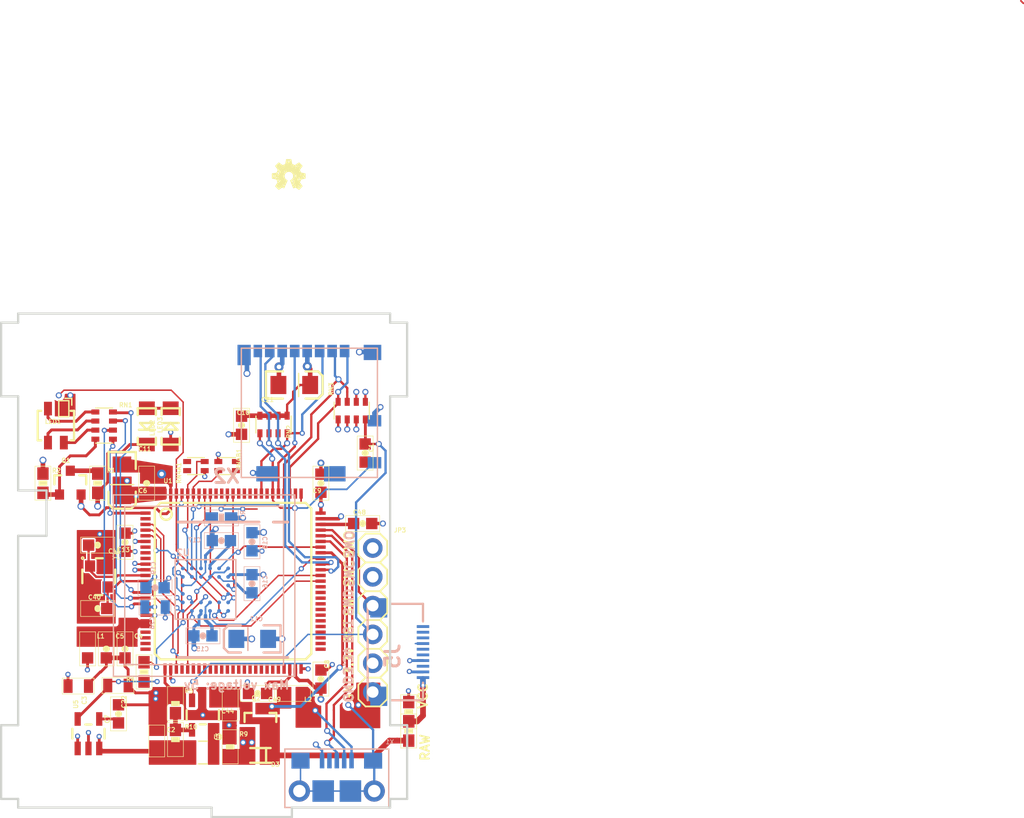
<source format=kicad_pcb>
(kicad_pcb (version 20171130) (host pcbnew "(5.1.4)-1")
  (layers (0 Top signal) (1 GND signal hide) (2 VCC signal hide) (31 Bottom signal) (34 B.Paste user hide) (35 F.Paste user hide) (36 B.SilkS user hide) (37 F.SilkS user hide) (38 B.Mask user hide) (39 F.Mask user hide) (44 Edge.Cuts user))
  (net 0 "")
  (net 1 GND)
  (net 2 VBUS)
  (net 3 VCC)
  (net 4 RAW)
  (net 5 VIN)
  (net 6 "Net-(C40-Pad2)")
  (net 7 "Net-(C41-Pad2)")
  (net 8 "Net-(C4-Pad1)")
  (net 9 /SDIO_D2)
  (net 10 /SDIO_D3)
  (net 11 /NRST)
  (net 12 /BOOT0)
  (net 13 /SDIO_CMD)
  (net 14 /SDIO_D0)
  (net 15 /SDIO_D1)
  (net 16 /SD_CD)
  (net 17 "Net-(Q1-Pad1)")
  (net 18 "Net-(Q1-Pad3)")
  (net 19 "Net-(LED1-PadB)")
  (net 20 "Net-(LED1-PadG)")
  (net 21 "Net-(LED1-PadR)")
  (net 22 "Net-(C48-Pad1)")
  (net 23 "Net-(C49-Pad1)")
  (net 24 /TIM4_CH1)
  (net 25 /TIM4_CH2)
  (net 26 /TIM4_CH3)
  (net 27 /DAC)
  (net 28 /I2C2_SDA)
  (net 29 /I2C2_SCL)
  (net 30 /SPI2_NSS)
  (net 31 /SPI2_SCLK)
  (net 32 /SPI2_MISO)
  (net 33 /SPI2_MOSI)
  (net 34 "Net-(LED3-PadC)")
  (net 35 /DCMI_D3)
  (net 36 /DCMI_D2)
  (net 37 /I2C1_SDA)
  (net 38 /I2C1_SCL)
  (net 39 /DCMI_VSYNC)
  (net 40 /DCMI_D5)
  (net 41 /SPI3_MOSI)
  (net 42 /SPI3_MISO)
  (net 43 /SPI3_SCLK/TRACESWO)
  (net 44 /DCMI_PWDN)
  (net 45 /UART2_RX)
  (net 46 /UART2_TX)
  (net 47 /GPIO2)
  (net 48 /GPIO1)
  (net 49 /GPIO3)
  (net 50 /SDIO_CLK)
  (net 51 /SPI3_SSEL)
  (net 52 /SWCLK)
  (net 53 /SWDIO)
  (net 54 /FS_DP)
  (net 55 /FS_DM)
  (net 56 /DCMI_RST)
  (net 57 /DCMI_CLK)
  (net 58 /DCMI_D1)
  (net 59 /DCMI_D0)
  (net 60 "Net-(U1-Pad62)")
  (net 61 "Net-(U1-Pad58)")
  (net 62 "Net-(U1-Pad57)")
  (net 63 /FREX)
  (net 64 /EXPST)
  (net 65 "Net-(U1-Pad45)")
  (net 66 "Net-(U1-Pad44)")
  (net 67 "Net-(U1-Pad43)")
  (net 68 "Net-(U1-Pad42)")
  (net 69 "Net-(U1-Pad41)")
  (net 70 "Net-(U1-Pad40)")
  (net 71 "Net-(U1-Pad39)")
  (net 72 "Net-(U1-Pad38)")
  (net 73 "Net-(U1-Pad37)")
  (net 74 "Net-(U1-Pad36)")
  (net 75 "Net-(U1-Pad35)")
  (net 76 "Net-(U1-Pad34)")
  (net 77 "Net-(U1-Pad33)")
  (net 78 "Net-(U1-Pad32)")
  (net 79 "Net-(U1-Pad31)")
  (net 80 /DCMI_PCLK)
  (net 81 /DCMI_HSYNC)
  (net 82 "Net-(U1-Pad25)")
  (net 83 "Net-(U1-Pad24)")
  (net 84 "Net-(U1-Pad23)")
  (net 85 "Net-(U1-Pad22)")
  (net 86 "Net-(U1-Pad18)")
  (net 87 /LED_B)
  (net 88 /LED_G)
  (net 89 /LED_R)
  (net 90 "Net-(U1-Pad9)")
  (net 91 "Net-(U1-Pad8)")
  (net 92 "Net-(U1-Pad7)")
  (net 93 /DCMI_D7)
  (net 94 /DCMI_D6)
  (net 95 /DCMI_D4)
  (net 96 "Net-(U1-Pad2)")
  (net 97 /LED_IR)
  (net 98 "Net-(L2-Pad1)")
  (net 99 "Net-(L3-Pad1)")
  (net 100 "Net-(R10-Pad1)")
  (net 101 "Net-(X1-PadS1)")
  (net 102 "Net-(X1-Pad4)")
  (net 103 "Net-(U2-PadE2)")
  (net 104 "Net-(U2-PadA6)")
  (net 105 "Net-(C16-Pad1)")
  (net 106 "Net-(C17-Pad1)")
  (net 107 "Net-(C15-Pad1)")
  (net 108 "Net-(C7-Pad1)")
  (net 109 VDDA)
  (net 110 "Net-(LED2-PadC)")
  (net 111 /DCMI_FSIN)
  (net 112 /PWR_EN)
  (net 113 /FSIN)
  (net 114 "Net-(J5-Pad10)")
  (net 115 "Net-(J5-Pad3)")
  (net 116 "Net-(R4-Pad2)")
  (net 117 "Net-(J5-Pad1)")
  (module base:XF2M-1015-1A (layer Bottom) (at 165.25 117.1 90)
    (fp_text reference J5 (at -0.37186 -2.68404 90) (layer B.SilkS) (effects (font (size 1.27 1.27) (thickness 0.254)) (justify mirror)))
    (fp_text value XF2M-1015-1A hide)
    (pad 12 smd rect (at 3.9 -3.9) (size 1.5 1.7) (layers Bottom B.Paste B.Mask))
    (pad 11 smd rect (at -3.9 -3.9) (size 1.5 1.7) (layers Bottom B.Paste B.Mask))
    (pad 10 smd rect (at 2.25 0 90) (size 0.25 1.1) (layers Bottom B.Paste B.Mask) (net 114 "Net-(J5-Pad10)"))
    (pad 9 smd rect (at 1.75 0 90) (size 0.25 1.1) (layers Bottom B.Paste B.Mask) (net 30 /SPI2_NSS))
    (pad 8 smd rect (at 1.25 0 90) (size 0.25 1.1) (layers Bottom B.Paste B.Mask) (net 31 /SPI2_SCLK))
    (pad 7 smd rect (at 0.75 0 90) (size 0.25 1.1) (layers Bottom B.Paste B.Mask) (net 32 /SPI2_MISO))
    (pad 6 smd rect (at 0.25 0 90) (size 0.25 1.1) (layers Bottom B.Paste B.Mask) (net 112 /PWR_EN))
    (pad 5 smd rect (at -0.25 0 90) (size 0.25 1.1) (layers Bottom B.Paste B.Mask) (net 33 /SPI2_MOSI))
    (pad 4 smd rect (at -0.75 0 90) (size 0.25 1.1) (layers Bottom B.Paste B.Mask) (net 1 GND))
    (pad 3 smd rect (at -1.25 0 90) (size 0.25 1.1) (layers Bottom B.Paste B.Mask) (net 115 "Net-(J5-Pad3)"))
    (pad 2 smd rect (at -1.75 0 90) (size 0.25 1.1) (layers Bottom B.Paste B.Mask) (net 1 GND))
    (pad 1 smd rect (at -2.25 0 90) (size 0.25 1.1) (layers Bottom B.Paste B.Mask) (net 117 "Net-(J5-Pad1)"))
  )
  (module base:OSHW_FILLX100_NOTEXT (layer Top) (at 152 76.25)
    (fp_text reference LOGO1 hide)
    (fp_text value OSHW_LOGO_FILLX0100-NT hide)
  )
  (module base:0603-RES (layer Top) (at 163.98962 122.359541 270)
    (fp_text reference R7 hide)
    (fp_text value 0)
    (pad 2 smd rect (at 0.85 0 270) (size 1.1 1) (layers Top F.Paste F.Mask) (net 117 "Net-(J5-Pad1)"))
    (pad 1 smd rect (at -0.85 0 270) (size 1.1 1) (layers Top F.Paste F.Mask) (net 3 VCC))
  )
  (module base:0603-RES (layer Top) (at 163.99002 124.05868 270)
    (fp_text reference R6 hide)
    (fp_text value 0)
    (pad 2 smd rect (at 0.85 0 270) (size 1.1 1) (layers Top F.Paste F.Mask) (net 4 RAW))
    (pad 1 smd rect (at -0.85 0 270) (size 1.1 1) (layers Top F.Paste F.Mask) (net 117 "Net-(J5-Pad1)"))
  )
  (module base:0603-RES (layer Top) (at 140.65 118.85 90)
    (fp_text reference R4 (at -0.889 -0.762) (layer F.SilkS) (effects (font (size 0.38608 0.38608) (thickness 0.077216)) (justify right bottom)))
    (fp_text value 0)
    (pad 2 smd rect (at 0.85 0 90) (size 1.1 1) (layers Top F.Paste F.Mask) (net 116 "Net-(R4-Pad2)"))
    (pad 1 smd rect (at -0.85 0 90) (size 1.1 1) (layers Top F.Paste F.Mask) (net 109 VDDA))
  )
  (module openmv3:0603-CAP (layer Bottom) (at 141.6214 111.4289 180)
    (fp_text reference C19 (at -0.0786 1.1289 90) (layer B.SilkS) (effects (font (size 0.38608 0.38608) (thickness 0.077216)) (justify right bottom mirror)))
    (fp_text value 0.1uF)
    (pad 2 smd rect (at 0.8 0 180) (size 1 1) (layers Bottom B.Paste B.Mask) (net 1 GND))
    (pad 1 smd rect (at -0.8 0 180) (size 1 1) (layers Bottom B.Paste B.Mask) (net 3 VCC))
  )
  (module base:0603-RES (layer Bottom) (at 147.4751 105.2704 180)
    (fp_text reference R3 (at -2.1249 0.7204 270) (layer B.SilkS) (effects (font (size 0.38608 0.38608) (thickness 0.077216)) (justify left bottom mirror)))
    (fp_text value 10K)
    (pad 2 smd rect (at 0.85 0 180) (size 1.1 1) (layers Bottom B.Paste B.Mask) (net 111 /DCMI_FSIN))
    (pad 1 smd rect (at -0.85 0 180) (size 1.1 1) (layers Bottom B.Paste B.Mask) (net 1 GND))
  )
  (module openmv3:CSP2-28 (layer Bottom) (at 146.0711 111.5714 180)
    (fp_text reference U2 (at 2.6211 2.9) (layer B.SilkS) (effects (font (size 0.57912 0.57912) (thickness 0.115824)) (justify right bottom mirror)))
    (fp_text value OV7725)
    (pad E5 smd roundrect (at 1.2 -1.15 180) (size 0.34 0.34) (layers Bottom B.Paste B.Mask) (roundrect_rratio 0.5) (net 3 VCC))
    (pad E4 smd roundrect (at 0.4 -1.15 180) (size 0.34 0.34) (layers Bottom B.Paste B.Mask) (roundrect_rratio 0.5) (net 80 /DCMI_PCLK))
    (pad E3 smd roundrect (at -0.4 -1.15 180) (size 0.34 0.34) (layers Bottom B.Paste B.Mask) (roundrect_rratio 0.5) (net 107 "Net-(C15-Pad1)"))
    (pad E2 smd roundrect (at -1.2 -1.15 180) (size 0.34 0.34) (layers Bottom B.Paste B.Mask) (roundrect_rratio 0.5) (net 103 "Net-(U2-PadE2)"))
    (pad F6 smd roundrect (at 2 -1.9 180) (size 0.34 0.34) (layers Bottom B.Paste B.Mask) (roundrect_rratio 0.5) (net 94 /DCMI_D6))
    (pad E6 smd roundrect (at 2 -1.15 180) (size 0.34 0.34) (layers Bottom B.Paste B.Mask) (roundrect_rratio 0.5) (net 95 /DCMI_D4))
    (pad D6 smd roundrect (at 2 -0.4 180) (size 0.34 0.34) (layers Bottom B.Paste B.Mask) (roundrect_rratio 0.5) (net 36 /DCMI_D2))
    (pad C6 smd roundrect (at 2 0.35 180) (size 0.34 0.34) (layers Bottom B.Paste B.Mask) (roundrect_rratio 0.5) (net 39 /DCMI_VSYNC))
    (pad F5 smd roundrect (at 1.2 -1.9 180) (size 0.34 0.34) (layers Bottom B.Paste B.Mask) (roundrect_rratio 0.5) (net 59 /DCMI_D0))
    (pad F4 smd roundrect (at 0.4 -1.9 180) (size 0.34 0.34) (layers Bottom B.Paste B.Mask) (roundrect_rratio 0.5) (net 1 GND))
    (pad F3 smd roundrect (at -0.4 -1.9 180) (size 0.34 0.34) (layers Bottom B.Paste B.Mask) (roundrect_rratio 0.5) (net 57 /DCMI_CLK))
    (pad F2 smd roundrect (at -1.2 -1.9 180) (size 0.34 0.34) (layers Bottom B.Paste B.Mask) (roundrect_rratio 0.5) (net 58 /DCMI_D1))
    (pad D1 smd roundrect (at -2 -0.4 180) (size 0.34 0.34) (layers Bottom B.Paste B.Mask) (roundrect_rratio 0.5) (net 35 /DCMI_D3))
    (pad F1 smd roundrect (at -2 -1.9 180) (size 0.34 0.34) (layers Bottom B.Paste B.Mask) (roundrect_rratio 0.5) (net 93 /DCMI_D7))
    (pad E1 smd roundrect (at -2 -1.15 180) (size 0.34 0.34) (layers Bottom B.Paste B.Mask) (roundrect_rratio 0.5) (net 40 /DCMI_D5))
    (pad C1 smd roundrect (at -2 0.35 180) (size 0.34 0.34) (layers Bottom B.Paste B.Mask) (roundrect_rratio 0.5) (net 44 /DCMI_PWDN))
    (pad B6 smd roundrect (at 2 1.1 180) (size 0.34 0.34) (layers Bottom B.Paste B.Mask) (roundrect_rratio 0.5) (net 81 /DCMI_HSYNC))
    (pad B5 smd roundrect (at 1.2 1.1 180) (size 0.34 0.34) (layers Bottom B.Paste B.Mask) (roundrect_rratio 0.5) (net 37 /I2C1_SDA))
    (pad B4 smd roundrect (at 0.4 1.1 180) (size 0.34 0.34) (layers Bottom B.Paste B.Mask) (roundrect_rratio 0.5) (net 1 GND))
    (pad B3 smd roundrect (at -0.4 1.1 180) (size 0.34 0.34) (layers Bottom B.Paste B.Mask) (roundrect_rratio 0.5) (net 116 "Net-(R4-Pad2)"))
    (pad B2 smd roundrect (at -1.2 1.1 180) (size 0.34 0.34) (layers Bottom B.Paste B.Mask) (roundrect_rratio 0.5) (net 105 "Net-(C16-Pad1)"))
    (pad B1 smd roundrect (at -2 1.1 180) (size 0.34 0.34) (layers Bottom B.Paste B.Mask) (roundrect_rratio 0.5) (net 1 GND))
    (pad A6 smd roundrect (at 2 1.85 180) (size 0.34 0.34) (layers Bottom B.Paste B.Mask) (roundrect_rratio 0.5) (net 104 "Net-(U2-PadA6)"))
    (pad A5 smd roundrect (at 1.2 1.85 180) (size 0.34 0.34) (layers Bottom B.Paste B.Mask) (roundrect_rratio 0.5) (net 38 /I2C1_SCL))
    (pad A4 smd roundrect (at 0.4 1.85 180) (size 0.34 0.34) (layers Bottom B.Paste B.Mask) (roundrect_rratio 0.5) (net 111 /DCMI_FSIN))
    (pad A3 smd roundrect (at -0.4 1.85 180) (size 0.34 0.34) (layers Bottom B.Paste B.Mask) (roundrect_rratio 0.5) (net 106 "Net-(C17-Pad1)"))
    (pad A2 smd roundrect (at -1.2 1.85 180) (size 0.34 0.34) (layers Bottom B.Paste B.Mask) (roundrect_rratio 0.5) (net 56 /DCMI_RST))
    (pad A1 smd roundrect (at -2 1.85 180) (size 0.34 0.34) (layers Bottom B.Paste B.Mask) (roundrect_rratio 0.5) (net 116 "Net-(R4-Pad2)"))
  )
  (module openmv3:EXBV4V (layer Top) (at 147.975 100.7 270)
    (fp_text reference RN4B1 (at -1.5875 -1.27 90) (layer F.SilkS) (effects (font (size 0.38608 0.38608) (thickness 0.077216)) (justify right bottom)))
    (fp_text value 4.7K)
    (pad 4 smd rect (at -0.4 -0.775 90) (size 0.45 0.7) (layers Top F.Paste F.Mask))
    (pad 3 smd rect (at 0.4 -0.775 90) (size 0.45 0.7) (layers Top F.Paste F.Mask))
    (pad 2 smd rect (at 0.4 0.775 270) (size 0.45 0.7) (layers Top F.Paste F.Mask) (net 38 /I2C1_SCL))
    (pad 1 smd rect (at -0.4 0.775 270) (size 0.45 0.7) (layers Top F.Paste F.Mask) (net 3 VCC))
  )
  (module openmv3:EXBV4V (layer Top) (at 145.225 100.7 90)
    (fp_text reference RN4A1 (at -1.5875 -1.27 90) (layer F.SilkS) (effects (font (size 0.38608 0.38608) (thickness 0.077216)) (justify left bottom)))
    (fp_text value 4.7K)
    (pad 4 smd rect (at -0.4 -0.775 270) (size 0.45 0.7) (layers Top F.Paste F.Mask))
    (pad 3 smd rect (at 0.4 -0.775 270) (size 0.45 0.7) (layers Top F.Paste F.Mask))
    (pad 2 smd rect (at 0.4 0.775 90) (size 0.45 0.7) (layers Top F.Paste F.Mask) (net 37 /I2C1_SDA))
    (pad 1 smd rect (at -0.4 0.775 90) (size 0.45 0.7) (layers Top F.Paste F.Mask) (net 3 VCC))
  )
  (module base:SOT23-5 (layer Top) (at 135.75 124.2999)
    (fp_text reference U5 (at -0.889 -2.159 -270) (layer F.SilkS) (effects (font (size 0.38608 0.38608) (thickness 0.077216)) (justify left bottom)))
    (fp_text value TPS731XX)
    (pad 5 smd rect (at -0.95 -1.3001) (size 0.55 1.2) (layers Top F.Paste F.Mask) (net 109 VDDA))
    (pad 4 smd rect (at 0.95 -1.3001) (size 0.55 1.2) (layers Top F.Paste F.Mask) (net 108 "Net-(C7-Pad1)"))
    (pad 3 smd rect (at 0.95 1.3001) (size 0.55 1.2) (layers Top F.Paste F.Mask) (net 3 VCC))
    (pad 2 smd rect (at 0 1.3001) (size 0.55 1.2) (layers Top F.Paste F.Mask) (net 1 GND))
    (pad 1 smd rect (at -0.95 1.3001) (size 0.55 1.2) (layers Top F.Paste F.Mask) (net 3 VCC))
  )
  (module base:LED-1206 (layer Top) (at 140.9 97.2 270)
    (fp_text reference LED3 (at -0.889 -1.397 270) (layer F.SilkS) (effects (font (size 0.38608 0.38608) (thickness 0.077216)) (justify right bottom)))
    (fp_text value VSMY12850)
    (pad C smd rect (at 1.6 0 270) (size 1.2 1.4) (layers Top F.Paste F.Mask) (net 34 "Net-(LED3-PadC)"))
    (pad A smd rect (at -1.6 0 270) (size 1.2 1.4) (layers Top F.Paste F.Mask) (net 110 "Net-(LED2-PadC)"))
  )
  (module base:LED-1206 (layer Top) (at 143 97.2 90)
    (fp_text reference LED2 (at -0.889 -1.397 -90) (layer F.SilkS) (effects (font (size 0.38608 0.38608) (thickness 0.077216)) (justify left bottom)))
    (fp_text value VSMY12850)
    (pad C smd rect (at 1.6 0 90) (size 1.2 1.4) (layers Top F.Paste F.Mask) (net 110 "Net-(LED2-PadC)"))
    (pad A smd rect (at -1.6 0 90) (size 1.2 1.4) (layers Top F.Paste F.Mask) (net 3 VCC))
  )
  (module base:0805 (layer Top) (at 138.35 120.05 180)
    (fp_text reference C22 (at -0.762 -0.8255 270) (layer F.SilkS) (effects (font (size 0.38608 0.38608) (thickness 0.077216)) (justify right bottom)))
    (fp_text value 10uF)
    (pad 2 smd rect (at 0.9 0 180) (size 0.8 1.2) (layers Top F.Paste F.Mask) (net 109 VDDA))
    (pad 1 smd rect (at -0.9 0 180) (size 0.8 1.2) (layers Top F.Paste F.Mask) (net 1 GND))
  )
  (module base:EIA3216 (layer Top) (at 153.9 93.55)
    (fp_text reference C21 (at -1.75006 1.524) (layer F.SilkS) (effects (font (size 0.38608 0.38608) (thickness 0.077216)) (justify right bottom)))
    (fp_text value 47uF)
    (pad A smd rect (at 1.4 0 90) (size 1.6 1.4) (layers Top F.Paste F.Mask) (net 3 VCC))
    (pad C smd rect (at -1.4 0 90) (size 1.6 1.4) (layers Top F.Paste F.Mask) (net 1 GND))
  )
  (module base:0603-CAP (layer Bottom) (at 150.1711 107.3714 90)
    (fp_text reference C18 (at 0.5214 1.3789 270) (layer B.SilkS) (effects (font (size 0.38608 0.38608) (thickness 0.077216)) (justify left bottom mirror)))
    (fp_text value 4.7uF)
    (pad 2 smd rect (at 0.8 0 90) (size 1 1) (layers Bottom B.Paste B.Mask) (net 1 GND))
    (pad 1 smd rect (at -0.8 0 90) (size 1 1) (layers Bottom B.Paste B.Mask) (net 3 VCC))
  )
  (module base:0603-CAP (layer Top) (at 138.4 122.55 90)
    (fp_text reference C7 (at -0.889 -0.762 90) (layer F.SilkS) (effects (font (size 0.38608 0.38608) (thickness 0.077216)) (justify left bottom)))
    (fp_text value 0.1uF)
    (pad 2 smd rect (at 0.8 0 90) (size 1 1) (layers Top F.Paste F.Mask) (net 1 GND))
    (pad 1 smd rect (at -0.8 0 90) (size 1 1) (layers Top F.Paste F.Mask) (net 108 "Net-(C7-Pad1)"))
  )
  (module base:0805 (layer Top) (at 134.85 120.1 180)
    (fp_text reference C3 (at -0.762 -0.8255 270) (layer F.SilkS) (effects (font (size 0.38608 0.38608) (thickness 0.077216)) (justify right bottom)))
    (fp_text value 10uF)
    (pad 2 smd rect (at 0.9 0 180) (size 0.8 1.2) (layers Top F.Paste F.Mask) (net 3 VCC))
    (pad 1 smd rect (at -0.9 0 180) (size 0.8 1.2) (layers Top F.Paste F.Mask) (net 1 GND))
  )
  (module openmv3:EIA3216 (layer Bottom) (at 150.1921 115.9384 180)
    (fp_text reference C12 (at 0.2421 1.5384) (layer B.SilkS) (effects (font (size 0.38608 0.38608) (thickness 0.077216)) (justify right bottom mirror)))
    (fp_text value 47uF)
    (pad A smd rect (at 1.4 0 90) (size 1.6 1.4) (layers Bottom B.Paste B.Mask) (net 3 VCC))
    (pad C smd rect (at -1.4 0 90) (size 1.6 1.4) (layers Bottom B.Paste B.Mask) (net 1 GND))
  )
  (module openmv3:0603-CAP (layer Bottom) (at 145.8441 115.6714 180)
    (fp_text reference C15 (at 0.6441 -1.3786) (layer B.SilkS) (effects (font (size 0.38608 0.38608) (thickness 0.077216)) (justify right bottom mirror)))
    (fp_text value 0.1uF)
    (pad 2 smd rect (at 0.8 0 180) (size 1 1) (layers Bottom B.Paste B.Mask) (net 1 GND))
    (pad 1 smd rect (at -0.8 0 180) (size 1 1) (layers Bottom B.Paste B.Mask) (net 107 "Net-(C15-Pad1)"))
  )
  (module openmv3:0603-CAP (layer Bottom) (at 150.1711 111.0714 90)
    (fp_text reference C16 (at -0.4286 1.3789 90) (layer B.SilkS) (effects (font (size 0.38608 0.38608) (thickness 0.077216)) (justify right bottom mirror)))
    (fp_text value 0.1uF)
    (pad 2 smd rect (at 0.8 0 90) (size 1 1) (layers Bottom B.Paste B.Mask) (net 1 GND))
    (pad 1 smd rect (at -0.8 0 90) (size 1 1) (layers Bottom B.Paste B.Mask) (net 105 "Net-(C16-Pad1)"))
  )
  (module openmv3:0805 (layer Bottom) (at 141.6214 113.1289 180)
    (fp_text reference C20 (at 0.0214 -2.0211 90) (layer B.SilkS) (effects (font (size 0.38608 0.38608) (thickness 0.077216)) (justify right bottom mirror)))
    (fp_text value 22uF)
    (pad 2 smd rect (at 0.9 0 180) (size 0.8 1.2) (layers Bottom B.Paste B.Mask) (net 1 GND))
    (pad 1 smd rect (at -0.9 0 180) (size 0.8 1.2) (layers Bottom B.Paste B.Mask) (net 3 VCC))
  )
  (module openmv3:0603-CAP (layer Bottom) (at 147.471106 107.271371 180)
    (fp_text reference C17 (at 2.971106 -0.178629) (layer B.SilkS) (effects (font (size 0.38608 0.38608) (thickness 0.077216)) (justify right bottom mirror)))
    (fp_text value 0.1uF)
    (pad 2 smd rect (at 0.8 0 180) (size 1 1) (layers Bottom B.Paste B.Mask) (net 1 GND))
    (pad 1 smd rect (at -0.8 0 180) (size 1 1) (layers Bottom B.Paste B.Mask) (net 106 "Net-(C17-Pad1)"))
  )
  (module base:LQFP100 (layer Top) (at 148.5011 110.8456)
    (fp_text reference U1 (at -6.175 -8.62) (layer F.SilkS) (effects (font (size 0.38608 0.38608) (thickness 0.077216)) (justify left bottom)))
    (fp_text value STM32H743VIT6)
    (pad 100 smd rect (at -6 -7.72) (size 0.3 0.9) (layers Top F.Paste F.Mask) (net 3 VCC))
    (pad 99 smd rect (at -5.5 -7.72) (size 0.3 0.9) (layers Top F.Paste F.Mask) (net 1 GND))
    (pad 98 smd rect (at -5 -7.72) (size 0.3 0.9) (layers Top F.Paste F.Mask) (net 35 /DCMI_D3))
    (pad 97 smd rect (at -4.5 -7.72) (size 0.3 0.9) (layers Top F.Paste F.Mask) (net 36 /DCMI_D2))
    (pad 96 smd rect (at -4 -7.72) (size 0.3 0.9) (layers Top F.Paste F.Mask) (net 37 /I2C1_SDA))
    (pad 95 smd rect (at -3.5 -7.72) (size 0.3 0.9) (layers Top F.Paste F.Mask) (net 38 /I2C1_SCL))
    (pad 94 smd rect (at -3 -7.72) (size 0.3 0.9) (layers Top F.Paste F.Mask) (net 12 /BOOT0))
    (pad 93 smd rect (at -2.5 -7.72) (size 0.3 0.9) (layers Top F.Paste F.Mask) (net 39 /DCMI_VSYNC))
    (pad 92 smd rect (at -2 -7.72) (size 0.3 0.9) (layers Top F.Paste F.Mask) (net 40 /DCMI_D5))
    (pad 91 smd rect (at -1.5 -7.72) (size 0.3 0.9) (layers Top F.Paste F.Mask) (net 41 /SPI3_MOSI))
    (pad 90 smd rect (at -1 -7.72) (size 0.3 0.9) (layers Top F.Paste F.Mask) (net 42 /SPI3_MISO))
    (pad 89 smd rect (at -0.5 -7.72) (size 0.3 0.9) (layers Top F.Paste F.Mask) (net 43 /SPI3_SCLK/TRACESWO))
    (pad 88 smd rect (at 0 -7.72) (size 0.3 0.9) (layers Top F.Paste F.Mask) (net 44 /DCMI_PWDN))
    (pad 87 smd rect (at 0.5 -7.72) (size 0.3 0.9) (layers Top F.Paste F.Mask) (net 45 /UART2_RX))
    (pad 86 smd rect (at 1 -7.72) (size 0.3 0.9) (layers Top F.Paste F.Mask) (net 46 /UART2_TX))
    (pad 85 smd rect (at 1.5 -7.72) (size 0.3 0.9) (layers Top F.Paste F.Mask) (net 47 /GPIO2))
    (pad 84 smd rect (at 2 -7.72) (size 0.3 0.9) (layers Top F.Paste F.Mask) (net 48 /GPIO1))
    (pad 83 smd rect (at 2.5 -7.72) (size 0.3 0.9) (layers Top F.Paste F.Mask) (net 13 /SDIO_CMD))
    (pad 82 smd rect (at 3 -7.72) (size 0.3 0.9) (layers Top F.Paste F.Mask) (net 49 /GPIO3))
    (pad 81 smd rect (at 3.5 -7.72) (size 0.3 0.9) (layers Top F.Paste F.Mask) (net 16 /SD_CD))
    (pad 80 smd rect (at 4 -7.72) (size 0.3 0.9) (layers Top F.Paste F.Mask) (net 50 /SDIO_CLK))
    (pad 79 smd rect (at 4.5 -7.72) (size 0.3 0.9) (layers Top F.Paste F.Mask) (net 10 /SDIO_D3))
    (pad 78 smd rect (at 5 -7.72) (size 0.3 0.9) (layers Top F.Paste F.Mask) (net 9 /SDIO_D2))
    (pad 77 smd rect (at 5.5 -7.72) (size 0.3 0.9) (layers Top F.Paste F.Mask) (net 51 /SPI3_SSEL))
    (pad 76 smd rect (at 6 -7.72) (size 0.3 0.9) (layers Top F.Paste F.Mask) (net 52 /SWCLK))
    (pad 75 smd rect (at 7.72 -6) (size 0.9 0.3) (layers Top F.Paste F.Mask) (net 3 VCC))
    (pad 74 smd rect (at 7.72 -5.5) (size 0.9 0.3) (layers Top F.Paste F.Mask) (net 1 GND))
    (pad 73 smd rect (at 7.72 -5) (size 0.9 0.3) (layers Top F.Paste F.Mask) (net 22 "Net-(C48-Pad1)"))
    (pad 72 smd rect (at 7.72 -4.5) (size 0.9 0.3) (layers Top F.Paste F.Mask) (net 53 /SWDIO))
    (pad 71 smd rect (at 7.72 -4) (size 0.9 0.3) (layers Top F.Paste F.Mask) (net 54 /FS_DP))
    (pad 70 smd rect (at 7.72 -3.5) (size 0.9 0.3) (layers Top F.Paste F.Mask) (net 55 /FS_DM))
    (pad 69 smd rect (at 7.72 -3) (size 0.9 0.3) (layers Top F.Paste F.Mask) (net 56 /DCMI_RST))
    (pad 68 smd rect (at 7.72 -2.5) (size 0.9 0.3) (layers Top F.Paste F.Mask) (net 2 VBUS))
    (pad 67 smd rect (at 7.72 -2) (size 0.9 0.3) (layers Top F.Paste F.Mask) (net 57 /DCMI_CLK))
    (pad 66 smd rect (at 7.72 -1.5) (size 0.9 0.3) (layers Top F.Paste F.Mask) (net 15 /SDIO_D1))
    (pad 65 smd rect (at 7.72 -1) (size 0.9 0.3) (layers Top F.Paste F.Mask) (net 14 /SDIO_D0))
    (pad 64 smd rect (at 7.72 -0.5) (size 0.9 0.3) (layers Top F.Paste F.Mask) (net 58 /DCMI_D1))
    (pad 63 smd rect (at 7.72 0) (size 0.9 0.3) (layers Top F.Paste F.Mask) (net 59 /DCMI_D0))
    (pad 62 smd rect (at 7.72 0.5) (size 0.9 0.3) (layers Top F.Paste F.Mask) (net 60 "Net-(U1-Pad62)"))
    (pad 61 smd rect (at 7.72 1) (size 0.9 0.3) (layers Top F.Paste F.Mask) (net 26 /TIM4_CH3))
    (pad 60 smd rect (at 7.72 1.5) (size 0.9 0.3) (layers Top F.Paste F.Mask) (net 25 /TIM4_CH2))
    (pad 59 smd rect (at 7.72 2) (size 0.9 0.3) (layers Top F.Paste F.Mask) (net 24 /TIM4_CH1))
    (pad 58 smd rect (at 7.72 2.5) (size 0.9 0.3) (layers Top F.Paste F.Mask) (net 61 "Net-(U1-Pad58)"))
    (pad 57 smd rect (at 7.72 3) (size 0.9 0.3) (layers Top F.Paste F.Mask) (net 62 "Net-(U1-Pad57)"))
    (pad 56 smd rect (at 7.72 3.5) (size 0.9 0.3) (layers Top F.Paste F.Mask) (net 63 /FREX))
    (pad 55 smd rect (at 7.72 4) (size 0.9 0.3) (layers Top F.Paste F.Mask) (net 64 /EXPST))
    (pad 54 smd rect (at 7.72 4.5) (size 0.9 0.3) (layers Top F.Paste F.Mask) (net 33 /SPI2_MOSI))
    (pad 53 smd rect (at 7.72 5) (size 0.9 0.3) (layers Top F.Paste F.Mask) (net 32 /SPI2_MISO))
    (pad 52 smd rect (at 7.72 5.5) (size 0.9 0.3) (layers Top F.Paste F.Mask) (net 31 /SPI2_SCLK))
    (pad 51 smd rect (at 7.72 6) (size 0.9 0.3) (layers Top F.Paste F.Mask) (net 30 /SPI2_NSS))
    (pad 50 smd rect (at 6 7.72) (size 0.3 0.9) (layers Top F.Paste F.Mask) (net 3 VCC))
    (pad 49 smd rect (at 5.5 7.72) (size 0.3 0.9) (layers Top F.Paste F.Mask) (net 1 GND))
    (pad 48 smd rect (at 5 7.72) (size 0.3 0.9) (layers Top F.Paste F.Mask) (net 23 "Net-(C49-Pad1)"))
    (pad 47 smd rect (at 4.5 7.72) (size 0.3 0.9) (layers Top F.Paste F.Mask) (net 28 /I2C2_SDA))
    (pad 46 smd rect (at 4 7.72) (size 0.3 0.9) (layers Top F.Paste F.Mask) (net 29 /I2C2_SCL))
    (pad 45 smd rect (at 3.5 7.72) (size 0.3 0.9) (layers Top F.Paste F.Mask) (net 65 "Net-(U1-Pad45)"))
    (pad 44 smd rect (at 3 7.72) (size 0.3 0.9) (layers Top F.Paste F.Mask) (net 66 "Net-(U1-Pad44)"))
    (pad 43 smd rect (at 2.5 7.72) (size 0.3 0.9) (layers Top F.Paste F.Mask) (net 67 "Net-(U1-Pad43)"))
    (pad 42 smd rect (at 2 7.72) (size 0.3 0.9) (layers Top F.Paste F.Mask) (net 68 "Net-(U1-Pad42)"))
    (pad 41 smd rect (at 1.5 7.72) (size 0.3 0.9) (layers Top F.Paste F.Mask) (net 69 "Net-(U1-Pad41)"))
    (pad 40 smd rect (at 1 7.72) (size 0.3 0.9) (layers Top F.Paste F.Mask) (net 70 "Net-(U1-Pad40)"))
    (pad 39 smd rect (at 0.5 7.72) (size 0.3 0.9) (layers Top F.Paste F.Mask) (net 71 "Net-(U1-Pad39)"))
    (pad 38 smd rect (at 0 7.72) (size 0.3 0.9) (layers Top F.Paste F.Mask) (net 72 "Net-(U1-Pad38)"))
    (pad 37 smd rect (at -0.5 7.72) (size 0.3 0.9) (layers Top F.Paste F.Mask) (net 73 "Net-(U1-Pad37)"))
    (pad 36 smd rect (at -1 7.72) (size 0.3 0.9) (layers Top F.Paste F.Mask) (net 74 "Net-(U1-Pad36)"))
    (pad 35 smd rect (at -1.5 7.72) (size 0.3 0.9) (layers Top F.Paste F.Mask) (net 75 "Net-(U1-Pad35)"))
    (pad 34 smd rect (at -2 7.72) (size 0.3 0.9) (layers Top F.Paste F.Mask) (net 76 "Net-(U1-Pad34)"))
    (pad 33 smd rect (at -2.5 7.72) (size 0.3 0.9) (layers Top F.Paste F.Mask) (net 77 "Net-(U1-Pad33)"))
    (pad 32 smd rect (at -3 7.72) (size 0.3 0.9) (layers Top F.Paste F.Mask) (net 78 "Net-(U1-Pad32)"))
    (pad 31 smd rect (at -3.5 7.72) (size 0.3 0.9) (layers Top F.Paste F.Mask) (net 79 "Net-(U1-Pad31)"))
    (pad 30 smd rect (at -4 7.72) (size 0.3 0.9) (layers Top F.Paste F.Mask) (net 80 /DCMI_PCLK))
    (pad 29 smd rect (at -4.5 7.72) (size 0.3 0.9) (layers Top F.Paste F.Mask) (net 27 /DAC))
    (pad 28 smd rect (at -5 7.72) (size 0.3 0.9) (layers Top F.Paste F.Mask) (net 81 /DCMI_HSYNC))
    (pad 27 smd rect (at -5.5 7.72) (size 0.3 0.9) (layers Top F.Paste F.Mask) (net 3 VCC))
    (pad 26 smd rect (at -6 7.72) (size 0.3 0.9) (layers Top F.Paste F.Mask) (net 1 GND))
    (pad 25 smd rect (at -7.72 6) (size 0.9 0.3) (layers Top F.Paste F.Mask) (net 82 "Net-(U1-Pad25)"))
    (pad 24 smd rect (at -7.72 5.5) (size 0.9 0.3) (layers Top F.Paste F.Mask) (net 83 "Net-(U1-Pad24)"))
    (pad 23 smd rect (at -7.72 5) (size 0.9 0.3) (layers Top F.Paste F.Mask) (net 84 "Net-(U1-Pad23)"))
    (pad 22 smd rect (at -7.72 4.5) (size 0.9 0.3) (layers Top F.Paste F.Mask) (net 85 "Net-(U1-Pad22)"))
    (pad 21 smd rect (at -7.72 4) (size 0.9 0.3) (layers Top F.Paste F.Mask) (net 8 "Net-(C4-Pad1)"))
    (pad 20 smd rect (at -7.72 3.5) (size 0.9 0.3) (layers Top F.Paste F.Mask) (net 8 "Net-(C4-Pad1)"))
    (pad 19 smd rect (at -7.72 3) (size 0.9 0.3) (layers Top F.Paste F.Mask) (net 1 GND))
    (pad 18 smd rect (at -7.72 2.5) (size 0.9 0.3) (layers Top F.Paste F.Mask) (net 86 "Net-(U1-Pad18)"))
    (pad 17 smd rect (at -7.72 2) (size 0.9 0.3) (layers Top F.Paste F.Mask) (net 87 /LED_B))
    (pad 16 smd rect (at -7.72 1.5) (size 0.9 0.3) (layers Top F.Paste F.Mask) (net 88 /LED_G))
    (pad 15 smd rect (at -7.72 1) (size 0.9 0.3) (layers Top F.Paste F.Mask) (net 89 /LED_R))
    (pad 14 smd rect (at -7.72 0.5) (size 0.9 0.3) (layers Top F.Paste F.Mask) (net 11 /NRST))
    (pad 13 smd rect (at -7.72 0) (size 0.9 0.3) (layers Top F.Paste F.Mask) (net 6 "Net-(C40-Pad2)"))
    (pad 12 smd rect (at -7.72 -0.5) (size 0.9 0.3) (layers Top F.Paste F.Mask) (net 7 "Net-(C41-Pad2)"))
    (pad 11 smd rect (at -7.72 -1) (size 0.9 0.3) (layers Top F.Paste F.Mask) (net 3 VCC))
    (pad 10 smd rect (at -7.72 -1.5) (size 0.9 0.3) (layers Top F.Paste F.Mask) (net 1 GND))
    (pad 9 smd rect (at -7.72 -2) (size 0.9 0.3) (layers Top F.Paste F.Mask) (net 90 "Net-(U1-Pad9)"))
    (pad 8 smd rect (at -7.72 -2.5) (size 0.9 0.3) (layers Top F.Paste F.Mask) (net 91 "Net-(U1-Pad8)"))
    (pad 7 smd rect (at -7.72 -3) (size 0.9 0.3) (layers Top F.Paste F.Mask) (net 92 "Net-(U1-Pad7)"))
    (pad 6 smd rect (at -7.72 -3.5) (size 0.9 0.3) (layers Top F.Paste F.Mask) (net 3 VCC))
    (pad 5 smd rect (at -7.72 -4) (size 0.9 0.3) (layers Top F.Paste F.Mask) (net 93 /DCMI_D7))
    (pad 4 smd rect (at -7.72 -4.5) (size 0.9 0.3) (layers Top F.Paste F.Mask) (net 94 /DCMI_D6))
    (pad 3 smd rect (at -7.72 -5) (size 0.9 0.3) (layers Top F.Paste F.Mask) (net 95 /DCMI_D4))
    (pad 2 smd rect (at -7.72 -5.5) (size 0.9 0.3) (layers Top F.Paste F.Mask) (net 96 "Net-(U1-Pad2)"))
    (pad 1 smd rect (at -7.72 -6) (size 0.9 0.3) (layers Top F.Paste F.Mask) (net 97 /LED_IR))
  )
  (module base:0603-CAP (layer Top) (at 160.15 99.55 270)
    (fp_text reference C1 (at -0.889 -0.762 90) (layer F.SilkS) (effects (font (size 0.38608 0.38608) (thickness 0.077216)) (justify right bottom)))
    (fp_text value 1uF)
    (pad 2 smd rect (at 0.8 0 270) (size 1 1) (layers Top F.Paste F.Mask) (net 1 GND))
    (pad 1 smd rect (at -0.8 0 270) (size 1 1) (layers Top F.Paste F.Mask) (net 11 /NRST))
  )
  (module base:0603-RES (layer Top) (at 131.7371 102.2096 270)
    (fp_text reference R2 (at -0.889 -0.762) (layer F.SilkS) (effects (font (size 0.38608 0.38608) (thickness 0.077216)) (justify left bottom)))
    (fp_text value 10K)
    (pad 2 smd rect (at 0.85 0 270) (size 1.1 1) (layers Top F.Paste F.Mask) (net 17 "Net-(Q1-Pad1)"))
    (pad 1 smd rect (at -0.85 0 270) (size 1.1 1) (layers Top F.Paste F.Mask) (net 1 GND))
  )
  (module base:EXBV8V (layer Top) (at 137.1346 97.1296 270)
    (fp_text reference RN1 (at -1.5875 -1.27) (layer F.SilkS) (effects (font (size 0.38608 0.38608) (thickness 0.077216)) (justify left bottom)))
    (fp_text value 220R hide)
    (pad 8 smd rect (at -1.2 -0.775 90) (size 0.45 0.7) (layers Top F.Paste F.Mask) (net 89 /LED_R))
    (pad 7 smd rect (at -0.4 -0.775 90) (size 0.45 0.7) (layers Top F.Paste F.Mask) (net 88 /LED_G))
    (pad 6 smd rect (at 0.4 -0.775 90) (size 0.45 0.7) (layers Top F.Paste F.Mask) (net 87 /LED_B))
    (pad 5 smd rect (at 1.2 -0.775 90) (size 0.45 0.7) (layers Top F.Paste F.Mask) (net 97 /LED_IR))
    (pad 4 smd rect (at 1.2 0.775 270) (size 0.45 0.7) (layers Top F.Paste F.Mask) (net 17 "Net-(Q1-Pad1)"))
    (pad 3 smd rect (at 0.4 0.775 270) (size 0.45 0.7) (layers Top F.Paste F.Mask) (net 19 "Net-(LED1-PadB)"))
    (pad 2 smd rect (at -0.4 0.775 270) (size 0.45 0.7) (layers Top F.Paste F.Mask) (net 20 "Net-(LED1-PadG)"))
    (pad 1 smd rect (at -1.2 0.775 270) (size 0.45 0.7) (layers Top F.Paste F.Mask) (net 21 "Net-(LED1-PadR)"))
  )
  (module base:EIA3216 (layer Top) (at 138.7221 101.9556 270)
    (fp_text reference C11 (at -2.54 -1.381) (layer F.SilkS) (effects (font (size 0.38608 0.38608) (thickness 0.077216)) (justify left bottom)))
    (fp_text value 47uF)
    (pad A smd rect (at 1.4 0) (size 1.6 1.4) (layers Top F.Paste F.Mask) (net 3 VCC))
    (pad C smd rect (at -1.4 0) (size 1.6 1.4) (layers Top F.Paste F.Mask) (net 1 GND))
  )
  (module base:0603-RES (layer Top) (at 136.5631 102.2096 270)
    (fp_text reference R1 (at -0.889 -0.762) (layer F.SilkS) (effects (font (size 0.38608 0.38608) (thickness 0.077216)) (justify left bottom)))
    (fp_text value 10R)
    (pad 2 smd rect (at 0.85 0 270) (size 1.1 1) (layers Top F.Paste F.Mask) (net 34 "Net-(LED3-PadC)"))
    (pad 1 smd rect (at -0.85 0 270) (size 1.1 1) (layers Top F.Paste F.Mask) (net 18 "Net-(Q1-Pad3)"))
  )
  (module base:EXBV8V (layer Top) (at 158.9691 95.8096)
    (fp_text reference RN3 (at -1.5875 -1.27 90) (layer F.SilkS) (effects (font (size 0.38608 0.38608) (thickness 0.077216)) (justify left bottom)))
    (fp_text value 10K)
    (pad 8 smd rect (at -1.2 -0.775 180) (size 0.45 0.7) (layers Top F.Paste F.Mask) (net 9 /SDIO_D2))
    (pad 7 smd rect (at -0.4 -0.775 180) (size 0.45 0.7) (layers Top F.Paste F.Mask) (net 10 /SDIO_D3))
    (pad 6 smd rect (at 0.4 -0.775 180) (size 0.45 0.7) (layers Top F.Paste F.Mask) (net 1 GND))
    (pad 5 smd rect (at 1.2 -0.775 180) (size 0.45 0.7) (layers Top F.Paste F.Mask) (net 3 VCC))
    (pad 4 smd rect (at 1.2 0.775) (size 0.45 0.7) (layers Top F.Paste F.Mask) (net 11 /NRST))
    (pad 3 smd rect (at 0.4 0.775) (size 0.45 0.7) (layers Top F.Paste F.Mask) (net 12 /BOOT0))
    (pad 2 smd rect (at -0.4 0.775) (size 0.45 0.7) (layers Top F.Paste F.Mask) (net 3 VCC))
    (pad 1 smd rect (at -1.2 0.775) (size 0.45 0.7) (layers Top F.Paste F.Mask) (net 3 VCC))
  )
  (module base:EXBV8V (layer Top) (at 152.0691 97.0326 180)
    (fp_text reference RN2 (at -1.5875 -1.27 90) (layer F.SilkS) (effects (font (size 0.38608 0.38608) (thickness 0.077216)) (justify left bottom)))
    (fp_text value 10K)
    (pad 8 smd rect (at -1.2 -0.775) (size 0.45 0.7) (layers Top F.Paste F.Mask) (net 13 /SDIO_CMD))
    (pad 7 smd rect (at -0.4 -0.775) (size 0.45 0.7) (layers Top F.Paste F.Mask) (net 14 /SDIO_D0))
    (pad 6 smd rect (at 0.4 -0.775) (size 0.45 0.7) (layers Top F.Paste F.Mask) (net 15 /SDIO_D1))
    (pad 5 smd rect (at 1.2 -0.775) (size 0.45 0.7) (layers Top F.Paste F.Mask) (net 16 /SD_CD))
    (pad 4 smd rect (at 1.2 0.775 180) (size 0.45 0.7) (layers Top F.Paste F.Mask) (net 3 VCC))
    (pad 3 smd rect (at 0.4 0.775 180) (size 0.45 0.7) (layers Top F.Paste F.Mask) (net 3 VCC))
    (pad 2 smd rect (at -0.4 0.775 180) (size 0.45 0.7) (layers Top F.Paste F.Mask) (net 3 VCC))
    (pad 1 smd rect (at -1.2 0.775 180) (size 0.45 0.7) (layers Top F.Paste F.Mask) (net 3 VCC))
  )
  (module base:SOT23-3 (layer Top) (at 134.1501 102.2096)
    (fp_text reference Q1 (at -0.8255 -1.778) (layer F.SilkS) (effects (font (size 0.38608 0.38608) (thickness 0.077216)) (justify left bottom)))
    (fp_text value BSS138)
    (pad 1 smd rect (at -0.95 1) (size 0.8 0.9) (layers Top F.Paste F.Mask) (net 17 "Net-(Q1-Pad1)"))
    (pad 2 smd rect (at 0.95 1) (size 0.8 0.9) (layers Top F.Paste F.Mask) (net 1 GND))
    (pad 3 smd rect (at 0 -1.1) (size 0.8 0.9) (layers Top F.Paste F.Mask) (net 18 "Net-(Q1-Pad3)"))
  )
  (module base:0603-CAP (layer Top) (at 156.2481 102.2096 90)
    (fp_text reference C9 (at -0.889 -0.762) (layer F.SilkS) (effects (font (size 0.38608 0.38608) (thickness 0.077216)) (justify left bottom)))
    (fp_text value 0.1uF)
    (pad 2 smd rect (at 0.8 0 90) (size 1 1) (layers Top F.Paste F.Mask) (net 1 GND))
    (pad 1 smd rect (at -0.8 0 90) (size 1 1) (layers Top F.Paste F.Mask) (net 3 VCC))
  )
  (module base:LED-TRICOLOR-SMD-MF (layer Top) (at 132.8801 97.1296)
    (fp_text reference LED1 (at -1.016 -0.127) (layer F.SilkS) (effects (font (size 0.38608 0.38608) (thickness 0.077216)) (justify left bottom)))
    (fp_text value LED-TRICOLOR)
    (pad B smd rect (at 0.7 1.5) (size 0.7 1.2) (layers Top F.Paste F.Mask) (net 19 "Net-(LED1-PadB)"))
    (pad G smd rect (at -0.7 1.5) (size 0.7 1.2) (layers Top F.Paste F.Mask) (net 20 "Net-(LED1-PadG)"))
    (pad A smd rect (at 0.7 -1.5) (size 0.7 1.2) (layers Top F.Paste F.Mask) (net 3 VCC))
    (pad R smd rect (at -0.7 -1.5) (size 0.7 1.2) (layers Top F.Paste F.Mask) (net 21 "Net-(LED1-PadR)"))
  )
  (module base:0603-CAP (layer Top) (at 149.25 97.1 270)
    (fp_text reference C10 (at -0.889 -0.762) (layer F.SilkS) (effects (font (size 0.38608 0.38608) (thickness 0.077216)) (justify right bottom)))
    (fp_text value 0.1uF)
    (pad 2 smd rect (at 0.8 0 270) (size 1 1) (layers Top F.Paste F.Mask) (net 1 GND))
    (pad 1 smd rect (at -0.8 0 270) (size 1 1) (layers Top F.Paste F.Mask) (net 3 VCC))
  )
  (module base:0603-CAP (layer Top) (at 140.8811 102.2096 90)
    (fp_text reference C6 (at -0.889 -0.762) (layer F.SilkS) (effects (font (size 0.38608 0.38608) (thickness 0.077216)) (justify left bottom)))
    (fp_text value 0.1uF)
    (pad 2 smd rect (at 0.8 0 90) (size 1 1) (layers Top F.Paste F.Mask) (net 1 GND))
    (pad 1 smd rect (at -0.8 0 90) (size 1 1) (layers Top F.Paste F.Mask) (net 3 VCC))
  )
  (module base:0603-CAP (layer Top) (at 136.5631 113.2586)
    (fp_text reference C40 (at -0.889 -0.762) (layer F.SilkS) (effects (font (size 0.38608 0.38608) (thickness 0.077216)) (justify left bottom)))
    (fp_text value 12pF)
    (pad 2 smd rect (at 0.8 0) (size 1 1) (layers Top F.Paste F.Mask) (net 6 "Net-(C40-Pad2)"))
    (pad 1 smd rect (at -0.8 0) (size 1 1) (layers Top F.Paste F.Mask) (net 1 GND))
  )
  (module base:0603-CAP (layer Top) (at 136.5631 107.6706 180)
    (fp_text reference C41 (at -0.889 -0.762) (layer F.SilkS) (effects (font (size 0.38608 0.38608) (thickness 0.077216)) (justify left bottom)))
    (fp_text value 12pF)
    (pad 2 smd rect (at 0.8 0 180) (size 1 1) (layers Top F.Paste F.Mask) (net 7 "Net-(C41-Pad2)"))
    (pad 1 smd rect (at -0.8 0 180) (size 1 1) (layers Top F.Paste F.Mask) (net 1 GND))
  )
  (module base:0603-CAP (layer Top) (at 138.9761 116.8146 270)
    (fp_text reference C4 (at -0.889 -0.762) (layer F.SilkS) (effects (font (size 0.38608 0.38608) (thickness 0.077216)) (justify left bottom)))
    (fp_text value 1uF)
    (pad 2 smd rect (at 0.8 0 270) (size 1 1) (layers Top F.Paste F.Mask) (net 1 GND))
    (pad 1 smd rect (at -0.8 0 270) (size 1 1) (layers Top F.Paste F.Mask) (net 8 "Net-(C4-Pad1)"))
  )
  (module base:0603-CAP (layer Top) (at 137.3251 116.8146 270)
    (fp_text reference C5 (at -0.889 -0.762) (layer F.SilkS) (effects (font (size 0.38608 0.38608) (thickness 0.077216)) (justify left bottom)))
    (fp_text value 0.1uF)
    (pad 2 smd rect (at 0.8 0 270) (size 1 1) (layers Top F.Paste F.Mask) (net 1 GND))
    (pad 1 smd rect (at -0.8 0 270) (size 1 1) (layers Top F.Paste F.Mask) (net 8 "Net-(C4-Pad1)"))
  )
  (module base:0603-CAP (layer Top) (at 156.2481 119.4816 270)
    (fp_text reference C8 (at -0.889 -0.762 90) (layer F.SilkS) (effects (font (size 0.38608 0.38608) (thickness 0.077216)) (justify left bottom)))
    (fp_text value 0.1uF)
    (pad 2 smd rect (at 0.8 0 270) (size 1 1) (layers Top F.Paste F.Mask) (net 1 GND))
    (pad 1 smd rect (at -0.8 0 270) (size 1 1) (layers Top F.Paste F.Mask) (net 3 VCC))
  )
  (module base:0603-CAP (layer Top) (at 138.9761 107.4166 90)
    (fp_text reference C13 (at -0.889 -0.762) (layer F.SilkS) (effects (font (size 0.38608 0.38608) (thickness 0.077216)) (justify left bottom)))
    (fp_text value 0.1uF)
    (pad 2 smd rect (at 0.8 0 90) (size 1 1) (layers Top F.Paste F.Mask) (net 1 GND))
    (pad 1 smd rect (at -0.8 0 90) (size 1 1) (layers Top F.Paste F.Mask) (net 3 VCC))
  )
  (module base:0603 (layer Top) (at 135.6741 116.8146 270)
    (fp_text reference L1 (at -0.889 -0.762) (layer F.SilkS) (effects (font (size 0.38608 0.38608) (thickness 0.077216)) (justify left bottom)))
    (fp_text value MPZ1608S181ATAH0)
    (pad 2 smd rect (at 0.8 0 270) (size 1 1) (layers Top F.Paste F.Mask) (net 3 VCC))
    (pad 1 smd rect (at -0.8 0 270) (size 1 1) (layers Top F.Paste F.Mask) (net 8 "Net-(C4-Pad1)"))
  )
  (module base:CRYSTAL-2.5X2.0 (layer Top) (at 136.6901 110.4646 270)
    (fp_text reference Y1 (at -1.478 -1.624 90) (layer F.SilkS) (effects (font (size 0.38608 0.38608) (thickness 0.077216)) (justify left bottom)))
    (fp_text value 7S-12.000MAHE-T hide)
    (pad 2 smd rect (at 0.9 0.8 270) (size 1 0.9) (layers Top F.Paste F.Mask) (net 1 GND))
    (pad 3 smd rect (at 0.9 -0.75 270) (size 1 0.9) (layers Top F.Paste F.Mask) (net 6 "Net-(C40-Pad2)"))
    (pad 1 smd rect (at -0.95 0.8 270) (size 1 0.9) (layers Top F.Paste F.Mask) (net 7 "Net-(C41-Pad2)"))
    (pad 4 smd rect (at -0.95 -0.75 270) (size 1 0.9) (layers Top F.Paste F.Mask) (net 1 GND))
  )
  (module base:0603-CAP (layer Top) (at 159.9311 105.7656)
    (fp_text reference C48 (at -0.889 -0.762) (layer F.SilkS) (effects (font (size 0.38608 0.38608) (thickness 0.077216)) (justify left bottom)))
    (fp_text value 2.2uF)
    (pad 2 smd rect (at 0.8 0) (size 1 1) (layers Top F.Paste F.Mask) (net 1 GND))
    (pad 1 smd rect (at -0.8 0) (size 1 1) (layers Top F.Paste F.Mask) (net 22 "Net-(C48-Pad1)"))
  )
  (module base:0603-CAP (layer Top) (at 150.6601 120.7516 180)
    (fp_text reference C49 (at -0.889 -0.762) (layer F.SilkS) (effects (font (size 0.38608 0.38608) (thickness 0.077216)) (justify left bottom)))
    (fp_text value 2.2uF)
    (pad 2 smd rect (at 0.8 0 180) (size 1 1) (layers Top F.Paste F.Mask) (net 1 GND))
    (pad 1 smd rect (at -0.8 0 180) (size 1 1) (layers Top F.Paste F.Mask) (net 23 "Net-(C49-Pad1)"))
  )
  (module base:0603 (layer Top) (at 153.8351 120.7516 180)
    (fp_text reference L2 (at -0.889 -0.762) (layer F.SilkS) (effects (font (size 0.38608 0.38608) (thickness 0.077216)) (justify left bottom)))
    (fp_text value MPZ1608S181ATAH0)
    (pad 2 smd rect (at 0.8 0 180) (size 1 1) (layers Top F.Paste F.Mask) (net 2 VBUS))
    (pad 1 smd rect (at -0.8 0 180) (size 1 1) (layers Top F.Paste F.Mask) (net 98 "Net-(L2-Pad1)"))
  )
  (module base:0805 (layer Top) (at 148.2471 121.7676 90)
    (fp_text reference C44 (at -0.762 -0.8255) (layer F.SilkS) (effects (font (size 0.38608 0.38608) (thickness 0.077216)) (justify left bottom)))
    (fp_text value 22uF)
    (pad 2 smd rect (at 0.9 0 90) (size 0.8 1.2) (layers Top F.Paste F.Mask) (net 4 RAW))
    (pad 1 smd rect (at -0.9 0 90) (size 0.8 1.2) (layers Top F.Paste F.Mask) (net 1 GND))
  )
  (module base:0805 (layer Top) (at 141.7701 124.9426 270)
    (fp_text reference C2 (at -0.762 -0.8255) (layer F.SilkS) (effects (font (size 0.38608 0.38608) (thickness 0.077216)) (justify left bottom)))
    (fp_text value 22uF)
    (pad 2 smd rect (at 0.9 0 270) (size 0.8 1.2) (layers Top F.Paste F.Mask) (net 3 VCC))
    (pad 1 smd rect (at -0.9 0 270) (size 0.8 1.2) (layers Top F.Paste F.Mask) (net 1 GND))
  )
  (module base:1007 (layer Top) (at 145.8341 125.9586 270)
    (fp_text reference L3 (at -1 -1.6 90) (layer F.SilkS) (effects (font (size 0.38608 0.38608) (thickness 0.077216)) (justify left bottom)))
    (fp_text value 4.7uH/1.4A)
    (pad 2 smd rect (at 0 1 270) (size 2 0.8) (layers Top F.Paste F.Mask) (net 3 VCC))
    (pad 1 smd rect (at 0 -1 270) (size 2 0.8) (layers Top F.Paste F.Mask) (net 99 "Net-(L3-Pad1)"))
  )
  (module base:SOT23-3 (layer Top) (at 150.9141 123.1646)
    (fp_text reference Q2 (at -0.8255 -1.778) (layer F.SilkS) (effects (font (size 0.38608 0.38608) (thickness 0.077216)) (justify left bottom)))
    (fp_text value Si2301BDS)
    (pad 1 smd rect (at -0.95 1) (size 0.8 0.9) (layers Top F.Paste F.Mask) (net 5 VIN))
    (pad 2 smd rect (at 0.95 1) (size 0.8 0.9) (layers Top F.Paste F.Mask) (net 4 RAW))
    (pad 3 smd rect (at 0 -1.1) (size 0.8 0.9) (layers Top F.Paste F.Mask) (net 2 VBUS))
  )
  (module base:0603-RES (layer Top) (at 148.2471 125.4506 270)
    (fp_text reference R9 (at -0.889 -0.762) (layer F.SilkS) (effects (font (size 0.38608 0.38608) (thickness 0.077216)) (justify left bottom)))
    (fp_text value 10K)
    (pad 2 smd rect (at 0.85 0 270) (size 1.1 1) (layers Top F.Paste F.Mask) (net 5 VIN))
    (pad 1 smd rect (at -0.85 0 270) (size 1.1 1) (layers Top F.Paste F.Mask) (net 1 GND))
  )
  (module base:SOD-323 (layer Top) (at 150.9141 126.2126 180)
    (fp_text reference D3 (at -0.889 -1.016) (layer F.SilkS) (effects (font (size 0.38608 0.38608) (thickness 0.077216)) (justify left bottom)))
    (fp_text value SDM2U20SD3-7)
    (pad 2 smd rect (at 1.15 0 180) (size 0.63 0.83) (layers Top F.Paste F.Mask) (net 5 VIN))
    (pad 1 smd rect (at -1.15 0 180) (size 0.63 0.83) (layers Top F.Paste F.Mask) (net 4 RAW))
  )
  (module base:0603-RES (layer Top) (at 143.4211 124.8156 270)
    (fp_text reference R10 (at -0.889 -0.762) (layer F.SilkS) (effects (font (size 0.38608 0.38608) (thickness 0.077216)) (justify left bottom)))
    (fp_text value 453K)
    (pad 2 smd rect (at 0.85 0 270) (size 1.1 1) (layers Top F.Paste F.Mask) (net 3 VCC))
    (pad 1 smd rect (at -0.85 0 270) (size 1.1 1) (layers Top F.Paste F.Mask) (net 100 "Net-(R10-Pad1)"))
  )
  (module base:TSOT25 (layer Top) (at 145.8341 122.6566 180)
    (fp_text reference U8 (at -0.889 -2.159) (layer F.SilkS) (effects (font (size 0.38608 0.38608) (thickness 0.077216)) (justify left bottom)))
    (fp_text value PAM2305AABADJ)
    (pad 5 smd rect (at -0.95 -1.3001 180) (size 0.55 1.2) (layers Top F.Paste F.Mask) (net 99 "Net-(L3-Pad1)"))
    (pad 4 smd rect (at 0.95 -1.3001 180) (size 0.55 1.2) (layers Top F.Paste F.Mask) (net 100 "Net-(R10-Pad1)"))
    (pad 3 smd rect (at 0.95 1.3001 180) (size 0.55 1.2) (layers Top F.Paste F.Mask) (net 112 /PWR_EN))
    (pad 2 smd rect (at 0 1.3001 180) (size 0.55 1.2) (layers Top F.Paste F.Mask) (net 1 GND))
    (pad 1 smd rect (at -0.95 1.3001 180) (size 0.55 1.2) (layers Top F.Paste F.Mask) (net 4 RAW))
  )
  (module base:MICROUSB-RIGHT (layer Bottom) (at 157.65 127.95 180)
    (fp_text reference X1 (at -5.08 2.7) (layer B.SilkS) (effects (font (size 0.38608 0.38608) (thickness 0.061772)) (justify left bottom mirror)))
    (fp_text value MF-CON-MICROUSB-RIGHT hide)
    (pad S6 smd rect (at 1.2 -1.405 180) (size 1.9 1.9) (layers Bottom B.Paste B.Mask) (net 101 "Net-(X1-PadS1)"))
    (pad S5 smd rect (at -1.2 -1.405 180) (size 1.9 1.9) (layers Bottom B.Paste B.Mask) (net 101 "Net-(X1-PadS1)"))
    (pad S1 thru_hole circle (at -3.3 -1.405) (size 1.87 1.87) (drill 1.1) (layers *.Cu *.Mask) (net 101 "Net-(X1-PadS1)"))
    (pad S2 thru_hole circle (at 3.3 -1.405) (size 1.87 1.87) (drill 1.1) (layers *.Cu *.Mask) (net 101 "Net-(X1-PadS1)"))
    (pad S4 smd rect (at 3.2 1.27 90) (size 1.4 1.6) (layers Bottom B.Paste B.Mask) (net 101 "Net-(X1-PadS1)"))
    (pad S3 smd rect (at -3.2 1.27 90) (size 1.4 1.6) (layers Bottom B.Paste B.Mask) (net 101 "Net-(X1-PadS1)"))
    (pad 5 smd rect (at 1.3 1.27) (size 0.4 1.35) (layers Bottom B.Paste B.Mask) (net 1 GND))
    (pad 1 smd rect (at -1.3 1.27) (size 0.4 1.35) (layers Bottom B.Paste B.Mask) (net 98 "Net-(L2-Pad1)"))
    (pad 2 smd rect (at -0.65 1.27) (size 0.4 1.35) (layers Bottom B.Paste B.Mask) (net 55 /FS_DM))
    (pad 4 smd rect (at 0.65 1.27) (size 0.4 1.35) (layers Bottom B.Paste B.Mask) (net 102 "Net-(X1-Pad4)"))
    (pad 3 smd rect (at 0 1.27) (size 0.4 1.35) (layers Bottom B.Paste B.Mask) (net 54 /FS_DP))
  )
  (module base:1040310811 (layer Bottom) (at 149.2316 90.3039)
    (fp_text reference X2 (at 0 12 180) (layer B.SilkS) (effects (font (size 1.2065 1.2065) (thickness 0.254)) (justify left bottom mirror)))
    (fp_text value USD-1040310811)
    (pad CD$2 smd rect (at 11.74 6.4) (size 1.2 1) (layers Bottom B.Paste B.Mask) (net 1 GND))
    (pad CD$1 smd rect (at 11.74 10.1) (size 1.2 1) (layers Bottom B.Paste B.Mask) (net 16 /SD_CD))
    (pad G$4 smd rect (at 8.24 11.075 180) (size 1.9 1.35) (layers Bottom B.Paste B.Mask) (net 1 GND))
    (pad G$3 smd rect (at 2.27 11.075 180) (size 1.9 1.35) (layers Bottom B.Paste B.Mask) (net 1 GND))
    (pad G$2 smd rect (at 0.245 0.6 270) (size 1.8 1.17) (layers Bottom B.Paste B.Mask) (net 1 GND))
    (pad P$8 smd rect (at 1.455 0.25) (size 0.75 1.1) (layers Bottom B.Paste B.Mask) (net 15 /SDIO_D1))
    (pad P$7 smd rect (at 2.505 0.25) (size 0.85 1.1) (layers Bottom B.Paste B.Mask) (net 14 /SDIO_D0))
    (pad P$6 smd rect (at 3.605 0.25) (size 0.85 1.1) (layers Bottom B.Paste B.Mask) (net 1 GND))
    (pad P$5 smd rect (at 4.705 0.25) (size 0.85 1.1) (layers Bottom B.Paste B.Mask) (net 50 /SDIO_CLK))
    (pad P$4 smd rect (at 5.805 0.25) (size 0.85 1.1) (layers Bottom B.Paste B.Mask) (net 3 VCC))
    (pad P$3 smd rect (at 6.905 0.25) (size 0.85 1.1) (layers Bottom B.Paste B.Mask) (net 13 /SDIO_CMD))
    (pad P$2 smd rect (at 8.005 0.25) (size 0.85 1.1) (layers Bottom B.Paste B.Mask) (net 10 /SDIO_D3))
    (pad P$1 smd rect (at 9.105 0.25) (size 0.85 1.1) (layers Bottom B.Paste B.Mask) (net 9 /SDIO_D2))
    (pad G$1 smd rect (at 11.565 0.375) (size 1.55 1.35) (layers Bottom B.Paste B.Mask) (net 1 GND))
  )
  (module base:0603-RES (layer Top) (at 143.4211 121.6406 270)
    (fp_text reference R5 (at -0.889 -0.762) (layer F.SilkS) (effects (font (size 0.38608 0.38608) (thickness 0.077216)) (justify left bottom)))
    (fp_text value 100K)
    (pad 2 smd rect (at 0.85 0 270) (size 1.1 1) (layers Top F.Paste F.Mask) (net 100 "Net-(R10-Pad1)"))
    (pad 1 smd rect (at -0.85 0 270) (size 1.1 1) (layers Top F.Paste F.Mask) (net 1 GND))
  )
  (module base:1X06 (layer Top) (at 160.8201 114.2746 270)
    (fp_text reference JP3 (at -7.6962 -1.8288) (layer F.SilkS) (effects (font (size 0.38608 0.38608) (thickness 0.077216)) (justify left bottom)))
    (fp_text value PINHD-1X6)
    (pad 6 thru_hole circle (at 6.35 0) (size 1.7272 1.7272) (drill 1.016) (layers *.Cu *.Mask) (net 1 GND))
    (pad 5 thru_hole circle (at 3.81 0) (size 1.7272 1.7272) (drill 1.016) (layers *.Cu *.Mask) (net 3 VCC))
    (pad 4 thru_hole circle (at 1.27 0) (size 1.7272 1.7272) (drill 1.016) (layers *.Cu *.Mask) (net 11 /NRST))
    (pad 3 thru_hole circle (at -1.27 0) (size 1.7272 1.7272) (drill 1.016) (layers *.Cu *.Mask) (net 53 /SWDIO))
    (pad 2 thru_hole circle (at -3.81 0) (size 1.7272 1.7272) (drill 1.016) (layers *.Cu *.Mask) (net 52 /SWCLK))
    (pad 1 thru_hole circle (at -6.35 0) (size 1.7272 1.7272) (drill 1.016) (layers *.Cu *.Mask) (net 43 /SPI3_SCLK/TRACESWO))
  )
  (gr_line (start 129.550001 94.550001) (end 129.550001 102.85) (layer Edge.Cuts) (width 0.2))
  (gr_line (start 129.550001 106.85) (end 129.550001 123.55) (layer Edge.Cuts) (width 0.2))
  (gr_line (start 128.050001 88.05) (end 128.050001 94.55) (layer Edge.Cuts) (width 0.2))
  (gr_line (start 163.850001 94.55) (end 163.85 88.050001) (layer Edge.Cuts) (width 0.2))
  (gr_line (start 163.850001 123.55) (end 162.350001 123.55) (layer Edge.Cuts) (width 0.2))
  (gr_line (start 162.350001 94.550001) (end 163.850001 94.55) (layer Edge.Cuts) (width 0.2))
  (gr_line (start 162.350001 123.55) (end 162.350001 94.550001) (layer Edge.Cuts) (width 0.2))
  (gr_line (start 162.35 87.25) (end 129.550002 87.25) (layer Edge.Cuts) (width 0.2))
  (gr_line (start 128.050001 94.55) (end 129.550001 94.550001) (layer Edge.Cuts) (width 0.2))
  (gr_line (start 129.550001 123.55) (end 128.050001 123.55) (layer Edge.Cuts) (width 0.2))
  (gr_line (start 153.69 130.812) (end 162.35 130.812) (layer Edge.Cuts) (width 0.2))
  (gr_line (start 153.69 131.65) (end 153.69 130.812) (layer Edge.Cuts) (width 0.2))
  (gr_line (start 146.610001 131.65) (end 153.69 131.65) (layer Edge.Cuts) (width 0.2))
  (gr_line (start 146.610001 130.812) (end 146.610001 131.65) (layer Edge.Cuts) (width 0.2))
  (gr_line (start 128.050001 123.55) (end 128.050001 130.05) (layer Edge.Cuts) (width 0.2))
  (gr_line (start 129.550001 130.812) (end 146.610001 130.812) (layer Edge.Cuts) (width 0.2))
  (gr_line (start 128.050001 130.05) (end 129.550001 130.05) (layer Edge.Cuts) (width 0.2))
  (gr_line (start 163.85 88.050001) (end 162.35 88.05) (layer Edge.Cuts) (width 0.2))
  (gr_line (start 132.050001 102.85) (end 132.050001 106.85) (layer Edge.Cuts) (width 0.2))
  (gr_line (start 129.550001 88.050001) (end 128.050001 88.05) (layer Edge.Cuts) (width 0.2))
  (gr_line (start 129.550002 87.25) (end 129.550001 88.050001) (layer Edge.Cuts) (width 0.2))
  (gr_line (start 162.35 130.812) (end 162.35 130.05) (layer Edge.Cuts) (width 0.2))
  (gr_line (start 163.85 130.05) (end 163.850001 123.55) (layer Edge.Cuts) (width 0.2))
  (gr_line (start 132.050001 106.85) (end 129.550001 106.85) (layer Edge.Cuts) (width 0.2))
  (gr_line (start 129.550001 130.05) (end 129.550001 130.812) (layer Edge.Cuts) (width 0.2))
  (gr_line (start 129.550001 102.85) (end 132.050001 102.85) (layer Edge.Cuts) (width 0.2))
  (gr_line (start 162.35 130.05) (end 163.85 130.05) (layer Edge.Cuts) (width 0.2))
  (gr_line (start 162.35 88.05) (end 162.35 87.25) (layer Edge.Cuts) (width 0.2))
  (gr_text VCC (at 165.69436 122.18162 90) (layer F.SilkS) (effects (font (size 0.77216 0.77216) (thickness 0.16256)) (justify left bottom)))
  (gr_line (start 138.95 118.2) (end 138.9511 104.2394) (layer B.SilkS) (width 0.12))
  (gr_line (start 152.9511 118.2394) (end 138.95 118.2) (layer B.SilkS) (width 0.12))
  (gr_line (start 152.9511 104.2394) (end 152.9511 118.2394) (layer B.SilkS) (width 0.12))
  (gr_line (start 138.95 104.25) (end 152.9511 104.2394) (layer B.SilkS) (width 0.12))
  (gr_line (start 137.9511 119.2394) (end 137.9511 103.2394) (layer B.SilkS) (width 0.12))
  (gr_line (start 153.9511 119.2394) (end 137.9511 119.2394) (layer B.SilkS) (width 0.12))
  (gr_line (start 153.9511 103.2394) (end 153.9511 119.2394) (layer B.SilkS) (width 0.12))
  (gr_line (start 137.9511 103.2394) (end 153.9511 103.2394) (layer B.SilkS) (width 0.12))
  (gr_text SWD (at 159.1691 114.0206 90) (layer F.SilkS) (effects (font (size 0.77216 0.77216) (thickness 0.16256)) (justify left bottom)))
  (gr_text SWC (at 159.1691 111.4806 90) (layer F.SilkS) (effects (font (size 0.77216 0.77216) (thickness 0.16256)) (justify left bottom)))
  (gr_text RAW (at 165.8747 126.77902 90) (layer F.SilkS) (effects (font (size 0.77216 0.77216) (thickness 0.16256)) (justify left bottom)))
  (gr_text SWD (at 158.1531 114.0206 -90) (layer B.SilkS) (effects (font (size 0.77216 0.77216) (thickness 0.16256)) (justify left bottom mirror)))
  (gr_text SWC (at 158.2801 111.4806 -90) (layer B.SilkS) (effects (font (size 0.77216 0.77216) (thickness 0.16256)) (justify left bottom mirror)))
  (gr_line (start 153.3271 105.6386) (end 152.0571 105.6386) (layer B.SilkS) (width 0.254))
  (gr_line (start 150.7871 105.6386) (end 143.6751 105.6386) (layer B.SilkS) (width 0.254))
  (gr_line (start 153.3271 117.5766) (end 143.6751 117.5766) (layer B.SilkS) (width 0.254))
  (gr_text "Max voltage: 5v" (at 153.55 120.45) (layer B.SilkS) (effects (font (size 0.77216 0.77216) (thickness 0.16256)) (justify left bottom mirror)))
  (gr_text RST (at 159.1691 116.4336 90) (layer F.SilkS) (effects (font (size 0.77216 0.77216) (thickness 0.16256)) (justify left bottom)))
  (gr_text RST (at 158.1531 116.4336 -90) (layer B.SilkS) (effects (font (size 0.77216 0.77216) (thickness 0.16256)) (justify left bottom mirror)))
  (gr_text GND (at 159.1691 121.6406 90) (layer F.SilkS) (effects (font (size 0.77216 0.77216) (thickness 0.16256)) (justify left bottom)))
  (gr_text GND (at 158.1531 121.6406 -90) (layer B.SilkS) (effects (font (size 0.77216 0.77216) (thickness 0.16256)) (justify left bottom mirror)))
  (gr_text 3.3v (at 159.1691 119.2276 90) (layer F.SilkS) (effects (font (size 0.77216 0.77216) (thickness 0.16256)) (justify left bottom)))
  (gr_text 3.3v (at 158.1531 119.2276 -90) (layer B.SilkS) (effects (font (size 0.77216 0.77216) (thickness 0.16256)) (justify left bottom mirror)))
  (gr_line (start 133.1341 94.9325) (end 134.0231 94.9325) (layer F.SilkS) (width 0.127))
  (gr_line (start 134.0231 94.9325) (end 134.0231 96.3422) (layer F.SilkS) (width 0.127))
  (gr_line (start 134.0231 96.3422) (end 133.1341 96.3422) (layer F.SilkS) (width 0.127))
  (gr_line (start 133.1341 96.3422) (end 133.1341 94.9325) (layer F.SilkS) (width 0.127))
  (gr_text SWO (at 159.1691 108.9406 90) (layer F.SilkS) (effects (font (size 0.77216 0.77216) (thickness 0.16256)) (justify left bottom)))
  (gr_text SWO (at 158.2801 108.9406 -90) (layer B.SilkS) (effects (font (size 0.77216 0.77216) (thickness 0.16256)) (justify left bottom mirror)))
  (segment (start 160.7311 105.7656) (end 161.7091 105.7656) (width 0.3048) (layer Top) (net 1))
  (via (at 161.7091 105.7656) (size 0.5334) (drill 0.3302) (layers Top Bottom) (net 1))
  (via (at 159.5501 121.7676) (size 0.5334) (drill 0.3302) (layers Top Bottom) (net 1))
  (via (at 158.6611 121.7676) (size 0.5334) (drill 0.3302) (layers Top Bottom) (net 101))
  (segment (start 156.2481 120.2816) (end 156.2481 121.2596) (width 0.3048) (layer Top) (net 1))
  (via (at 156.2481 121.2596) (size 0.6096) (drill 0.3302) (layers Top Bottom) (net 1))
  (segment (start 145.8341 121.3565) (end 145.8341 122.6566) (width 0.55) (layer Top) (net 1))
  (segment (start 149.7711 119.7356) (end 149.7711 119.7356) (width 0.3048) (layer Top) (net 1))
  (segment (start 149.8601 120.7516) (end 149.7711 120.6626) (width 0.3048) (layer Top) (net 1))
  (segment (start 149.7266 90.8539) (end 149.7266 92.5309) (width 0.4064) (layer Bottom) (net 1))
  (segment (start 159.6416 90.6349) (end 161.0406 90.6349) (width 0.4064) (layer Bottom) (net 1))
  (segment (start 156.2481 120.2816) (end 155.7781 120.2816) (width 0.3048) (layer Top) (net 1))
  (segment (start 155.1051 119.6086) (end 155.7781 120.2816) (width 0.3048) (layer Top) (net 1))
  (segment (start 154.0011 118.5656) (end 154.0011 119.2666) (width 0.3048) (layer Top) (net 1))
  (segment (start 154.3431 119.6086) (end 155.1051 119.6086) (width 0.3048) (layer Top) (net 1))
  (segment (start 154.0011 119.2666) (end 154.3431 119.6086) (width 0.3048) (layer Top) (net 1))
  (via (at 156.2481 100.4316) (size 0.6096) (drill 0.3302) (layers Top Bottom) (net 1))
  (via (at 158.0261 105.1306) (size 0.5334) (drill 0.3302) (layers Top Bottom) (net 1))
  (via (at 159.3691 94.1586) (size 0.5334) (drill 0.3302) (layers Top Bottom) (net 1))
  (via (at 159.6416 90.6349) (size 0.6096) (drill 0.4064) (layers Top Bottom) (net 1))
  (via (at 149.7266 92.5309) (size 0.6096) (drill 0.4064) (layers Top Bottom) (net 1))
  (segment (start 156.2481 101.4096) (end 156.2481 100.4316) (width 0.3048) (layer Top) (net 1))
  (segment (start 159.3691 95.0346) (end 159.3691 94.1586) (width 0.2032) (layer Top) (net 1))
  (segment (start 157.8111 105.3456) (end 158.0261 105.1306) (width 0.3048) (layer Top) (net 1))
  (segment (start 135.1001 104.2314) (end 135.0899 104.2416) (width 0.4064) (layer Top) (net 1))
  (segment (start 135.1001 103.2096) (end 135.1001 104.2314) (width 0.4064) (layer Top) (net 1))
  (segment (start 156.2211 105.3456) (end 157.8111 105.3456) (width 0.3048) (layer Top) (net 1))
  (via (at 135.0899 104.2416) (size 0.6096) (drill 0.4064) (layers Top Bottom) (net 1))
  (via (at 145.0941 116.7714) (size 0.5334) (drill 0.3302) (layers Top Bottom) (net 1))
  (segment (start 150.1711 110.2714) (end 151.1711 110.2714) (width 0.254) (layer Bottom) (net 1))
  (via (at 151.1711 110.2714) (size 0.5334) (drill 0.3302) (layers Top Bottom) (net 1))
  (segment (start 145.0441 115.6714) (end 145.0441 116.7714) (width 0.4064) (layer Bottom) (net 1))
  (segment (start 148.0711 110.4714) (end 148.2711 110.2714) (width 0.254) (layer Bottom) (net 1))
  (segment (start 148.2711 110.2714) (end 150.1711 110.2714) (width 0.254) (layer Bottom) (net 1))
  (via (at 146.9711 106.2349) (size 0.5334) (drill 0.3302) (layers Top Bottom) (net 1))
  (segment (start 145.6711 110.4714) (end 146.0711 110.0714) (width 0.127) (layer Bottom) (net 1))
  (segment (start 146.0711 110.0714) (end 146.0711 109.1714) (width 0.127) (layer Bottom) (net 1))
  (segment (start 146.0711 109.1714) (end 146.0711 108.5714) (width 0.254) (layer Bottom) (net 1))
  (segment (start 146.0711 108.5714) (end 146.671106 107.971393) (width 0.254) (layer Bottom) (net 1))
  (segment (start 146.671106 107.271371) (end 146.671106 107.971393) (width 0.254) (layer Bottom) (net 1))
  (segment (start 146.671106 107.271371) (end 146.671106 106.534893) (width 0.4064) (layer Bottom) (net 1))
  (segment (start 146.671106 106.534893) (end 146.9711 106.2349) (width 0.4064) (layer Bottom) (net 1))
  (segment (start 148.3251 105.2704) (end 149.3801 105.2704) (width 0.4064) (layer Bottom) (net 1))
  (via (at 149.3801 105.2704) (size 0.5334) (drill 0.3302) (layers Top Bottom) (net 1))
  (segment (start 151.5421 115.9384) (end 152.8091 115.9384) (width 0.4064) (layer Bottom) (net 1))
  (via (at 152.8091 115.9384) (size 0.6096) (drill 0.4064) (layers Top Bottom) (net 1))
  (segment (start 131.7371 101.3596) (end 131.7371 100.1776) (width 0.4064) (layer Top) (net 1))
  (via (at 131.7371 100.1776) (size 0.6096) (drill 0.4064) (layers Top Bottom) (net 1))
  (segment (start 135.8483 105) (end 135.0899 104.2416) (width 0.25) (layer Top) (net 1))
  (segment (start 136.7 105) (end 135.8483 105) (width 0.25) (layer Top) (net 1))
  (segment (start 137.330501 104.369499) (end 136.7 105) (width 0.25) (layer Top) (net 1))
  (segment (start 138.9761 117.6146) (end 137.3251 117.6146) (width 0.4064) (layer Top) (net 1))
  (segment (start 143.0011 103.1256) (end 143.0011 104.5489) (width 0.25) (layer Top) (net 1))
  (segment (start 143.0011 104.5489) (end 142.65 104.9) (width 0.25) (layer Top) (net 1))
  (segment (start 142.65 104.9) (end 142.2 104.9) (width 0.25) (layer Top) (net 1))
  (segment (start 141.669499 104.369499) (end 137.330501 104.369499) (width 0.25) (layer Top) (net 1))
  (segment (start 142.2 104.9) (end 141.669499 104.369499) (width 0.25) (layer Top) (net 1))
  (segment (start 138.9761 118.3646) (end 138.9761 117.6146) (width 0.25) (layer Top) (net 1))
  (segment (start 142.5011 119.2656) (end 142.5 119.2667) (width 0.25) (layer Top) (net 1))
  (segment (start 142.5011 118.5656) (end 142.5011 119.2656) (width 0.25) (layer Top) (net 1))
  (segment (start 143.4211 120.7406) (end 143.4211 120.7906) (width 0.25) (layer Top) (net 1))
  (segment (start 142.5 119.8195) (end 143.4211 120.7406) (width 0.25) (layer Top) (net 1))
  (segment (start 142.5 119.2667) (end 142.5 119.8195) (width 0.25) (layer Top) (net 1))
  (segment (start 137.3251 118.3646) (end 136.8397 118.85) (width 0.25) (layer Top) (net 1))
  (segment (start 137.3251 117.6146) (end 137.3251 118.3646) (width 0.25) (layer Top) (net 1))
  (segment (start 135.75 119.9) (end 135.75 120.1) (width 0.25) (layer Top) (net 1))
  (segment (start 136.8 118.85) (end 135.75 119.9) (width 0.25) (layer Top) (net 1))
  (segment (start 136.8397 118.85) (end 136.8 118.85) (width 0.25) (layer Top) (net 1))
  (segment (start 139.25 120.05) (end 139.25 120.25) (width 0.25) (layer Top) (net 1))
  (segment (start 142.6805 120.05) (end 143.4211 120.7906) (width 0.25) (layer Top) (net 1))
  (via (at 135.75 124.2) (size 0.457) (drill 0.254) (layers Top Bottom) (net 1))
  (segment (start 135.75 125.6) (end 135.75 124.2) (width 0.25) (layer Top) (net 1))
  (segment (start 138.4 121.75) (end 141.15 121.75) (width 0.25) (layer Top) (net 1))
  (segment (start 142.1094 120.7906) (end 143.4211 120.7906) (width 0.25) (layer Top) (net 1))
  (segment (start 141.15 121.75) (end 141.675 121.225) (width 0.25) (layer Top) (net 1))
  (via (at 141.7 120.7) (size 0.457) (drill 0.254) (layers Top Bottom) (net 1))
  (segment (start 141.675 121.225) (end 142.1094 120.7906) (width 0.25) (layer Top) (net 1))
  (via (at 141.675 121.225) (size 0.457) (drill 0.254) (layers Top Bottom) (net 1))
  (via (at 148.15 123.55) (size 0.457) (drill 0.254) (layers Top Bottom) (net 1))
  (segment (start 149.7711 119.7356) (end 149.7711 120.6626) (width 0.3048) (layer Top) (net 1))
  (via (at 149.7711 119.7356) (size 0.457) (drill 0.254) (layers Top Bottom) (net 1))
  (segment (start 145.8341 122.6566) (end 145.8341 122.6566) (width 0.55) (layer Top) (net 1))
  (via (at 145.8341 122.6566) (size 0.457) (drill 0.254) (layers Top Bottom) (net 1))
  (segment (start 145.0441 114.9214) (end 145.0441 115.6714) (width 0.25) (layer Bottom) (net 1))
  (segment (start 145.2655 114.7) (end 145.0441 114.9214) (width 0.25) (layer Bottom) (net 1))
  (segment (start 145.5 114.7) (end 145.2655 114.7) (width 0.25) (layer Bottom) (net 1))
  (segment (start 145.5 113.912501) (end 145.5 114.7) (width 0.25) (layer Bottom) (net 1))
  (segment (start 145.6711 113.741401) (end 145.5 113.912501) (width 0.25) (layer Bottom) (net 1))
  (segment (start 145.6711 113.4714) (end 145.6711 113.741401) (width 0.25) (layer Bottom) (net 1))
  (segment (start 139.9 120.7) (end 139.25 120.05) (width 0.25) (layer Top) (net 1))
  (segment (start 141.7 120.7) (end 139.9 120.7) (width 0.25) (layer Top) (net 1))
  (segment (start 139.25 118.6385) (end 139.25 120.05) (width 0.25) (layer Top) (net 1))
  (segment (start 138.9761 118.3646) (end 139.25 118.6385) (width 0.25) (layer Top) (net 1))
  (via (at 164.084 117.856) (size 0.457) (drill 0.254) (layers Top Bottom) (net 1))
  (segment (start 165.25 117.85) (end 164.09 117.85) (width 0.25) (layer Bottom) (net 1))
  (segment (start 164.09 117.85) (end 164.084 117.856) (width 0.127) (layer Bottom) (net 1))
  (via (at 164.05 118.8085) (size 0.457) (drill 0.254) (layers Top Bottom) (net 1))
  (segment (start 164.0915 118.85) (end 164.05 118.8085) (width 0.127) (layer Bottom) (net 1))
  (segment (start 165.25 118.85) (end 164.0915 118.85) (width 0.25) (layer Bottom) (net 1))
  (via (at 151.18842 106.54284) (size 0.6096) (drill 0.4064) (layers Top Bottom) (net 1))
  (segment (start 151.15986 106.5714) (end 151.18842 106.54284) (width 0.4064) (layer Bottom) (net 1))
  (segment (start 150.1711 106.5714) (end 151.15986 106.5714) (width 0.4064) (layer Bottom) (net 1))
  (via (at 141.58722 110.46714) (size 0.457) (drill 0.254) (layers Top Bottom) (net 1))
  (segment (start 140.8214 111.4289) (end 140.8214 111.23296) (width 0.25) (layer Bottom) (net 1))
  (segment (start 140.8214 111.23296) (end 141.58722 110.46714) (width 0.25) (layer Bottom) (net 1))
  (via (at 141.59738 113.86566) (size 0.457) (drill 0.254) (layers Top Bottom) (net 1))
  (segment (start 140.7811 113.8456) (end 141.57732 113.8456) (width 0.25) (layer Top) (net 1))
  (segment (start 141.57732 113.8456) (end 141.59738 113.86566) (width 0.25) (layer Top) (net 1))
  (via (at 141.578895 113.121979) (size 0.457) (drill 0.254) (layers Top Bottom) (net 1))
  (segment (start 140.7214 113.1289) (end 141.571974 113.1289) (width 0.25) (layer Bottom) (net 1))
  (segment (start 141.571974 113.1289) (end 141.578895 113.121979) (width 0.25) (layer Bottom) (net 1))
  (via (at 139.843485 109.283701) (size 0.457) (drill 0.254) (layers Top Bottom) (net 1))
  (segment (start 140.7811 109.3456) (end 139.905384 109.3456) (width 0.1524) (layer Top) (net 1))
  (segment (start 139.905384 109.3456) (end 139.843485 109.283701) (width 0.1524) (layer Top) (net 1))
  (via (at 139.827 106.42092) (size 0.457) (drill 0.254) (layers Top Bottom) (net 1))
  (segment (start 138.9761 106.6166) (end 139.63132 106.6166) (width 0.25) (layer Top) (net 1))
  (segment (start 139.63132 106.6166) (end 139.827 106.42092) (width 0.25) (layer Top) (net 1))
  (via (at 136.75 106.7) (size 0.457) (drill 0.254) (layers Top Bottom) (net 1))
  (via (at 142.2 101.4) (size 0.8) (drill 0.4) (layers Top Bottom) (net 1))
  (via (at 150.25 101.3) (size 0.5334) (drill 0.3302) (layers Top Bottom) (net 1))
  (segment (start 151.7516 101.3289) (end 150.2789 101.3289) (width 0.4064) (layer Bottom) (net 1))
  (segment (start 150.2789 101.3289) (end 150.25 101.3) (width 0.4064) (layer Bottom) (net 1))
  (via (at 152.55 91.95) (size 0.8) (drill 0.4) (layers Top Bottom) (net 1))
  (segment (start 152.8366 90.5539) (end 152.8366 91.6634) (width 0.4064) (layer Bottom) (net 1))
  (segment (start 152.8366 91.6634) (end 152.55 91.95) (width 0.4064) (layer Bottom) (net 1))
  (segment (start 152.55 93.5) (end 152.5 93.55) (width 0.4064) (layer Top) (net 1))
  (segment (start 152.55 91.95) (end 152.55 93.5) (width 0.4064) (layer Top) (net 1))
  (via (at 161.5 95.5) (size 0.5334) (drill 0.3302) (layers Top Bottom) (net 1))
  (segment (start 160.9716 96.0284) (end 161.5 95.5) (width 0.4064) (layer Bottom) (net 1))
  (segment (start 160.9716 96.7039) (end 160.9716 96.0284) (width 0.4064) (layer Bottom) (net 1))
  (via (at 148.1 97.9) (size 0.5334) (drill 0.3302) (layers Top Bottom) (net 1))
  (segment (start 149.25 97.9) (end 148.1 97.9) (width 0.4064) (layer Top) (net 1))
  (segment (start 156.35 126.68) (end 156.35 125.8) (width 0.2032) (layer Bottom) (net 1))
  (segment (start 156.35 125.8) (end 155.8 125.25) (width 0.2032) (layer Bottom) (net 1))
  (segment (start 155.8 125.25) (end 155.8 125.25) (width 0.2032) (layer Bottom) (net 1))
  (via (at 155.8 125.25) (size 0.5334) (drill 0.3302) (layers Top Bottom) (net 1))
  (via (at 151.9301 121.8946) (size 0.5334) (drill 0.3302) (layers Top Bottom) (net 2))
  (via (at 157.8991 118.4656) (size 0.5334) (drill 0.3302) (layers Top Bottom) (net 2))
  (segment (start 151.9301 121.8946) (end 154.4701 121.8946) (width 0.254) (layer Bottom) (net 2))
  (segment (start 154.4701 121.8946) (end 157.8991 118.4656) (width 0.254) (layer Bottom) (net 2))
  (segment (start 157.1771 108.3456) (end 158.165799 109.334299) (width 0.254) (layer Top) (net 2))
  (segment (start 158.165799 118.198901) (end 157.8991 118.4656) (width 0.254) (layer Top) (net 2))
  (segment (start 156.2211 108.3456) (end 157.1771 108.3456) (width 0.254) (layer Top) (net 2))
  (segment (start 158.165799 109.334299) (end 158.165799 118.198901) (width 0.254) (layer Top) (net 2))
  (segment (start 156.1321 118.5656) (end 156.2481 118.6816) (width 0.3048) (layer Top) (net 3))
  (segment (start 156.2481 104.1146) (end 156.2481 103.0096) (width 0.3048) (layer Top) (net 3))
  (segment (start 156.2481 104.8186) (end 156.2481 104.1146) (width 0.3048) (layer Top) (net 3))
  (segment (start 156.2481 104.8186) (end 156.2211 104.8456) (width 0.3048) (layer Top) (net 3))
  (segment (start 157.7691 96.5846) (end 157.7691 97.4606) (width 0.2032) (layer Top) (net 3))
  (segment (start 160.1691 95.0346) (end 160.1691 94.1586) (width 0.2032) (layer Top) (net 3))
  (segment (start 158.5691 96.5846) (end 158.5691 97.4606) (width 0.2032) (layer Top) (net 3))
  (via (at 156.2481 104.1146) (size 0.5334) (drill 0.3302) (layers Top Bottom) (net 3))
  (via (at 157.7691 97.4606) (size 0.5334) (drill 0.3302) (layers Top Bottom) (net 3))
  (via (at 160.1691 94.1586) (size 0.5334) (drill 0.3302) (layers Top Bottom) (net 3))
  (via (at 158.5691 97.4606) (size 0.5334) (drill 0.3302) (layers Top Bottom) (net 3))
  (via (at 134.1501 94.4626) (size 0.5334) (drill 0.3302) (layers Top Bottom) (net 3))
  (segment (start 144.8711 112.7214) (end 144.8211 112.7214) (width 0.1524) (layer Bottom) (net 3))
  (segment (start 148.7421 115.9384) (end 150.1421 115.9384) (width 0.4064) (layer Bottom) (net 3))
  (via (at 150.1421 115.9384) (size 0.6096) (drill 0.4064) (layers Top Bottom) (net 3))
  (segment (start 136.9426 125.8426) (end 136.7 125.6) (width 0.4064) (layer Top) (net 3))
  (segment (start 141.7701 125.8426) (end 136.9426 125.8426) (width 0.4064) (layer Top) (net 3))
  (via (at 144.645889 112.3) (size 0.457) (drill 0.254) (layers Top Bottom) (net 3))
  (segment (start 144.8711 112.7214) (end 144.8711 112.525211) (width 0.127) (layer Bottom) (net 3))
  (segment (start 144.8711 112.525211) (end 144.645889 112.3) (width 0.127) (layer Bottom) (net 3))
  (via (at 157.25 118.2) (size 0.457) (drill 0.254) (layers Top Bottom) (net 3))
  (segment (start 156.2481 118.6816) (end 156.7684 118.6816) (width 0.25) (layer Top) (net 3))
  (segment (start 156.7684 118.6816) (end 157.25 118.2) (width 0.25) (layer Top) (net 3))
  (segment (start 150.2211 108.2214) (end 150.1711 108.1714) (width 0.4064) (layer Bottom) (net 3))
  (via (at 143.2 119.65) (size 0.457) (drill 0.254) (layers Top Bottom) (net 3))
  (segment (start 143.0011 118.5656) (end 143.0011 119.4511) (width 0.25) (layer Top) (net 3))
  (segment (start 143.0011 119.4511) (end 143.2 119.65) (width 0.25) (layer Top) (net 3))
  (via (at 163.9697 120.523) (size 0.457) (drill 0.254) (layers Top Bottom) (net 3))
  (segment (start 163.98962 121.509541) (end 163.98962 120.54292) (width 0.25) (layer Top) (net 3))
  (segment (start 163.98962 120.54292) (end 163.9697 120.523) (width 0.25) (layer Top) (net 3))
  (via (at 136.69264 124.54128) (size 0.457) (drill 0.254) (layers Top Bottom) (net 3))
  (segment (start 136.7 125.6) (end 136.7 124.54864) (width 0.25) (layer Top) (net 3))
  (segment (start 136.7 124.54864) (end 136.69264 124.54128) (width 0.25) (layer Top) (net 3))
  (via (at 134.79018 124.51334) (size 0.457) (drill 0.254) (layers Top Bottom) (net 3))
  (segment (start 134.8 125.6) (end 134.8 124.52316) (width 0.25) (layer Top) (net 3))
  (segment (start 134.8 124.52316) (end 134.79018 124.51334) (width 0.25) (layer Top) (net 3))
  (via (at 133.94182 119.06758) (size 0.457) (drill 0.254) (layers Top Bottom) (net 3))
  (segment (start 133.95 120.1) (end 133.95 119.07576) (width 0.25) (layer Top) (net 3))
  (segment (start 133.95 119.07576) (end 133.94182 119.06758) (width 0.25) (layer Top) (net 3))
  (via (at 135.65886 118.6688) (size 0.457) (drill 0.254) (layers Top Bottom) (net 3))
  (segment (start 135.6741 117.6146) (end 135.6741 118.65356) (width 0.25) (layer Top) (net 3))
  (segment (start 135.6741 118.65356) (end 135.65886 118.6688) (width 0.25) (layer Top) (net 3))
  (segment (start 151.0212 108.1714) (end 151.04872 108.19892) (width 0.25) (layer Bottom) (net 3))
  (via (at 151.04872 108.19892) (size 0.457) (drill 0.254) (layers Top Bottom) (net 3))
  (segment (start 150.1711 108.1714) (end 151.0212 108.1714) (width 0.25) (layer Bottom) (net 3))
  (via (at 155.1178 118.58498) (size 0.457) (drill 0.254) (layers Top Bottom) (net 3))
  (segment (start 154.5011 118.5656) (end 155.09842 118.5656) (width 0.25) (layer Top) (net 3))
  (segment (start 155.09842 118.5656) (end 155.1178 118.58498) (width 0.25) (layer Top) (net 3))
  (via (at 142.83182 110.58652) (size 0.457) (drill 0.254) (layers Top Bottom) (net 3))
  (segment (start 142.4214 111.4289) (end 142.4214 110.99694) (width 0.25) (layer Bottom) (net 3))
  (segment (start 142.4214 110.99694) (end 142.83182 110.58652) (width 0.25) (layer Bottom) (net 3))
  (via (at 142.52448 114.08156) (size 0.457) (drill 0.254) (layers Top Bottom) (net 3))
  (segment (start 142.5214 113.1289) (end 142.5214 114.07848) (width 0.25) (layer Bottom) (net 3))
  (segment (start 142.5214 114.07848) (end 142.52448 114.08156) (width 0.25) (layer Bottom) (net 3))
  (via (at 139.84732 109.8677) (size 0.457) (drill 0.254) (layers Top Bottom) (net 3))
  (segment (start 139.86942 109.8456) (end 139.84732 109.8677) (width 0.25) (layer Top) (net 3))
  (segment (start 140.7811 109.8456) (end 139.86942 109.8456) (width 0.25) (layer Top) (net 3))
  (via (at 139.86764 107.3404) (size 0.457) (drill 0.254) (layers Top Bottom) (net 3))
  (segment (start 140.7811 107.3456) (end 139.87284 107.3456) (width 0.25) (layer Top) (net 3))
  (segment (start 139.87284 107.3456) (end 139.86764 107.3404) (width 0.25) (layer Top) (net 3))
  (via (at 139.84986 108.2421) (size 0.457) (drill 0.254) (layers Top Bottom) (net 3))
  (segment (start 139.82436 108.2166) (end 139.84986 108.2421) (width 0.25) (layer Top) (net 3))
  (segment (start 138.9761 108.2166) (end 139.82436 108.2166) (width 0.25) (layer Top) (net 3))
  (segment (start 142.5011 103.1256) (end 141.97678 103.1256) (width 0.25) (layer Top) (net 3))
  (segment (start 141.97678 103.1256) (end 141.95552 103.14686) (width 0.25) (layer Top) (net 3))
  (via (at 146.00682 101.6254) (size 0.457) (drill 0.254) (layers Top Bottom) (net 3))
  (segment (start 146 101.61858) (end 146.00682 101.6254) (width 0.25) (layer Top) (net 3))
  (segment (start 146 101.1) (end 146 101.61858) (width 0.25) (layer Top) (net 3))
  (via (at 147.19808 99.66198) (size 0.457) (drill 0.254) (layers Top Bottom) (net 3))
  (segment (start 147.2 100.3) (end 147.2 99.6639) (width 0.25) (layer Top) (net 3))
  (segment (start 147.2 99.6639) (end 147.19808 99.66198) (width 0.25) (layer Top) (net 3))
  (via (at 143.002 97.7265) (size 0.457) (drill 0.254) (layers Top Bottom) (net 3))
  (segment (start 143 97.7285) (end 143.002 97.7265) (width 0.25) (layer Top) (net 3))
  (segment (start 143 98.8) (end 143 97.7285) (width 0.25) (layer Top) (net 3))
  (via (at 139.95 103.35) (size 0.457) (drill 0.254) (layers Top Bottom) (net 3))
  (via (at 139.15 102) (size 0.5334) (drill 0.3302) (layers Top Bottom) (net 3))
  (segment (start 149.2576 96.3076) (end 149.25 96.3) (width 0.25) (layer Top) (net 3))
  (via (at 155.05 91.9) (size 0.8) (drill 0.4) (layers Top Bottom) (net 3))
  (segment (start 155.3 93.55) (end 155.3 92.15) (width 0.4064) (layer Top) (net 3))
  (segment (start 155.3 92.15) (end 155.05 91.9) (width 0.4064) (layer Top) (net 3))
  (segment (start 155.05 90.5673) (end 155.0366 90.5539) (width 0.4064) (layer Bottom) (net 3))
  (segment (start 155.05 91.9) (end 155.05 90.5673) (width 0.4064) (layer Bottom) (net 3))
  (segment (start 154.3968 93.55) (end 153.8 94.1468) (width 0.2032) (layer Top) (net 3))
  (segment (start 155.3 93.55) (end 154.3968 93.55) (width 0.2032) (layer Top) (net 3))
  (segment (start 153.8 94.1468) (end 153.8 94.75) (width 0.2032) (layer Top) (net 3))
  (segment (start 153.2691 95.2809) (end 153.2691 96.2576) (width 0.2032) (layer Top) (net 3))
  (segment (start 153.8 94.75) (end 153.2691 95.2809) (width 0.2032) (layer Top) (net 3))
  (segment (start 149.2924 96.2576) (end 149.25 96.3) (width 0.4064) (layer Top) (net 3))
  (segment (start 153.2691 96.2576) (end 149.2924 96.2576) (width 0.4064) (layer Top) (net 3))
  (segment (start 163.99002 124.90868) (end 162.97566 124.90868) (width 0.508) (layer Top) (net 4))
  (segment (start 162.97566 124.90868) (end 162.29132 124.90868) (width 0.508) (layer Top) (net 4))
  (segment (start 160.9874 126.2126) (end 152.0641 126.2126) (width 0.508) (layer Top) (net 4))
  (segment (start 162.29132 124.90868) (end 160.9874 126.2126) (width 0.508) (layer Top) (net 4))
  (via (at 149.3901 125.0696) (size 0.5334) (drill 0.3302) (layers Top Bottom) (net 5))
  (via (at 150.1521 125.0696) (size 0.5334) (drill 0.3302) (layers Top Bottom) (net 5))
  (segment (start 137.4401 111.3646) (end 137.4401 113.1816) (width 0.2032) (layer Top) (net 6))
  (segment (start 137.4401 113.1816) (end 137.4401 113.1816) (width 0.2032) (layer Top) (net 6))
  (segment (start 137.4401 113.1816) (end 137.3631 113.2586) (width 0.2032) (layer Top) (net 6))
  (segment (start 138.5951 110.8456) (end 138.0871 111.3536) (width 0.2032) (layer Top) (net 6))
  (segment (start 138.0871 111.3536) (end 137.4511 111.3536) (width 0.2032) (layer Top) (net 6))
  (segment (start 137.4511 111.3536) (end 137.4401 111.3646) (width 0.2032) (layer Top) (net 6))
  (segment (start 140.7811 110.8456) (end 138.5951 110.8456) (width 0.2032) (layer Top) (net 6))
  (segment (start 135.7631 107.6706) (end 135.7631 109.5146) (width 0.2032) (layer Top) (net 7))
  (segment (start 135.7631 109.5146) (end 135.8901 109.5146) (width 0.2032) (layer Top) (net 7))
  (segment (start 135.8901 109.5146) (end 135.8901 109.9186) (width 0.2032) (layer Top) (net 7))
  (segment (start 135.8901 109.9186) (end 136.4361 110.4646) (width 0.2032) (layer Top) (net 7))
  (segment (start 136.4361 110.4646) (end 138.2141 110.4646) (width 0.2032) (layer Top) (net 7))
  (segment (start 138.2141 110.4646) (end 138.3411 110.3376) (width 0.2032) (layer Top) (net 7))
  (segment (start 138.3411 110.3376) (end 140.7731 110.3376) (width 0.2032) (layer Top) (net 7))
  (segment (start 140.7731 110.3376) (end 140.7811 110.3456) (width 0.2032) (layer Top) (net 7))
  (via (at 157.7691 94.1586) (size 0.5334) (drill 0.3302) (layers Top Bottom) (net 9))
  (segment (start 157.7691 95.0346) (end 157.7691 94.1586) (width 0.2032) (layer Top) (net 9))
  (segment (start 158.5866 93.3411) (end 158.5866 90.5039) (width 0.2032) (layer Bottom) (net 9))
  (segment (start 157.7691 94.1586) (end 158.5866 93.3411) (width 0.2032) (layer Bottom) (net 9))
  (segment (start 157.7691 95.1596) (end 157.7691 95.0346) (width 0.2032) (layer Top) (net 9))
  (segment (start 156 96.9287) (end 157.7691 95.1596) (width 0.2032) (layer Top) (net 9))
  (segment (start 156 98.3) (end 156 96.9287) (width 0.2032) (layer Top) (net 9))
  (segment (start 153.5011 100.7989) (end 156 98.3) (width 0.2032) (layer Top) (net 9))
  (segment (start 153.5011 103.1256) (end 153.5011 100.7989) (width 0.2032) (layer Top) (net 9))
  (segment (start 158.5691 95.0346) (end 158.5691 94.1586) (width 0.2032) (layer Top) (net 10))
  (segment (start 158.5691 94.1586) (end 158.5691 93.8191) (width 0.2032) (layer Top) (net 10))
  (segment (start 158.5691 93.8191) (end 157.8 93.05) (width 0.2032) (layer Top) (net 10))
  (segment (start 157.4866 92.7366) (end 157.4866 90.5039) (width 0.2032) (layer Bottom) (net 10))
  (segment (start 157.8 93.05) (end 157.4866 92.7366) (width 0.2032) (layer Bottom) (net 10))
  (segment (start 157.8 93.05) (end 157.8 93.05) (width 0.2032) (layer Top) (net 10))
  (via (at 157.8 93.05) (size 0.5334) (drill 0.3302) (layers Top Bottom) (net 10))
  (segment (start 153.0011 102.4724) (end 153 102.4713) (width 0.2032) (layer Top) (net 10))
  (segment (start 153.0011 103.1256) (end 153.0011 102.4724) (width 0.2032) (layer Top) (net 10))
  (segment (start 153 102.4713) (end 153 100.55) (width 0.2032) (layer Top) (net 10))
  (segment (start 153 100.55) (end 155.4 98.15) (width 0.2032) (layer Top) (net 10))
  (segment (start 155.4 98.15) (end 155.4 96.15) (width 0.2032) (layer Top) (net 10))
  (segment (start 157.533301 93.316699) (end 157.8 93.05) (width 0.2032) (layer Top) (net 10))
  (segment (start 157.273799 93.576201) (end 157.533301 93.316699) (width 0.2032) (layer Top) (net 10))
  (segment (start 157.273799 94.276201) (end 157.273799 93.576201) (width 0.2032) (layer Top) (net 10))
  (segment (start 155.4 96.15) (end 157.273799 94.276201) (width 0.2032) (layer Top) (net 10))
  (via (at 143.2 117) (size 0.457) (drill 0.254) (layers Top Bottom) (net 11))
  (segment (start 141.3581 111.3456) (end 140.7811 111.3456) (width 0.127) (layer Top) (net 11))
  (segment (start 141.421601 111.409101) (end 141.3581 111.3456) (width 0.127) (layer Top) (net 11))
  (segment (start 141.421601 112.071601) (end 141.421601 111.409101) (width 0.127) (layer Top) (net 11))
  (segment (start 143.2 117) (end 143.2 113.85) (width 0.127) (layer Top) (net 11))
  (segment (start 143.2 113.85) (end 141.421601 112.071601) (width 0.127) (layer Top) (net 11))
  (segment (start 143.8 117.6) (end 143.2 117) (width 0.127) (layer Bottom) (net 11))
  (segment (start 153.05 117.6) (end 143.8 117.6) (width 0.127) (layer Bottom) (net 11))
  (segment (start 160.8201 115.5446) (end 155.1054 115.5446) (width 0.127) (layer Bottom) (net 11))
  (segment (start 155.1054 115.5446) (end 153.05 117.6) (width 0.127) (layer Bottom) (net 11))
  (segment (start 160.1691 96.5846) (end 160.1691 96.7096) (width 0.2032) (layer Top) (net 11))
  (segment (start 160.1691 98.7309) (end 160.15 98.75) (width 0.25) (layer Top) (net 11))
  (segment (start 160.1691 96.5846) (end 160.1691 98.7309) (width 0.25) (layer Top) (net 11))
  (via (at 161.35 98.75) (size 0.5334) (drill 0.3302) (layers Top Bottom) (net 11))
  (segment (start 161.35 98.75) (end 160.15 98.75) (width 0.2032) (layer Top) (net 11))
  (segment (start 161.95 99.35) (end 161.35 98.75) (width 0.2032) (layer Bottom) (net 11))
  (segment (start 161.95 101.3) (end 161.95 99.35) (width 0.2032) (layer Bottom) (net 11))
  (segment (start 159.35 103.9) (end 161.95 101.3) (width 0.2032) (layer Bottom) (net 11))
  (segment (start 160.8201 115.5446) (end 159.35 114.0745) (width 0.2032) (layer Bottom) (net 11))
  (segment (start 159.35 114.0745) (end 159.35 103.9) (width 0.2032) (layer Bottom) (net 11))
  (segment (start 159.3691 96.5846) (end 159.3691 97.4606) (width 0.2032) (layer Top) (net 12))
  (via (at 159.3691 97.4606) (size 0.5334) (drill 0.3302) (layers Top Bottom) (net 12))
  (segment (start 145.5011 103.1256) (end 145.5011 104.241975) (width 0.1524) (layer Top) (net 12))
  (segment (start 145.5011 104.241975) (end 145.542232 104.283107) (width 0.127) (layer Top) (net 12))
  (segment (start 145.542232 104.283107) (end 145.542232 104.283107) (width 0.127) (layer Top) (net 12))
  (segment (start 145.720731 104.054608) (end 152.504608 104.054608) (width 0.2032) (layer Bottom) (net 12))
  (segment (start 145.492232 104.283107) (end 145.720731 104.054608) (width 0.2032) (layer Bottom) (net 12))
  (via (at 145.492232 104.283107) (size 0.457) (drill 0.254) (layers Top Bottom) (net 12))
  (segment (start 156.3866 90.5039) (end 156.3866 94.1439) (width 0.2032) (layer Bottom) (net 13))
  (segment (start 153.2691 97.8076) (end 153.2691 98.6836) (width 0.2032) (layer Top) (net 13))
  (via (at 153.2691 98.6836) (size 0.5334) (drill 0.3302) (layers Top Bottom) (net 13))
  (segment (start 153.2691 97.6826) (end 153.2691 97.8076) (width 0.2032) (layer Top) (net 13))
  (segment (start 153.002401 98.950299) (end 153.2691 98.6836) (width 0.2032) (layer Top) (net 13))
  (segment (start 152.773799 99.178901) (end 153.002401 98.950299) (width 0.2032) (layer Top) (net 13))
  (segment (start 152.088053 99.178901) (end 152.773799 99.178901) (width 0.2032) (layer Top) (net 13))
  (segment (start 151.0011 100.265854) (end 152.088053 99.178901) (width 0.2032) (layer Top) (net 13))
  (segment (start 151.0011 103.1256) (end 151.0011 100.265854) (width 0.2032) (layer Top) (net 13))
  (segment (start 156.3866 94.1439) (end 156.3866 94.3634) (width 0.2032) (layer Bottom) (net 13))
  (via (at 154.6 97.8) (size 0.457) (drill 0.254) (layers Top Bottom) (net 13))
  (segment (start 156.3866 94.3634) (end 154.6 96.15) (width 0.2032) (layer Bottom) (net 13))
  (segment (start 154.6 96.15) (end 154.6 97.8) (width 0.2032) (layer Bottom) (net 13))
  (segment (start 153.2767 97.8) (end 153.2691 97.8076) (width 0.2032) (layer Top) (net 13))
  (segment (start 154.6 97.8) (end 153.2767 97.8) (width 0.2032) (layer Top) (net 13))
  (via (at 157.1371 109.9566) (size 0.4572) (drill 0.254) (layers Top Bottom) (net 14))
  (segment (start 156.2211 109.8456) (end 157.0261 109.8456) (width 0.2032) (layer Top) (net 14))
  (segment (start 157.0261 109.8456) (end 157.1371 109.9566) (width 0.2032) (layer Top) (net 14))
  (segment (start 152.4691 97.8076) (end 152.4691 98.6836) (width 0.2032) (layer Top) (net 14))
  (segment (start 151.35 91.6875) (end 151.35 95.1) (width 0.2032) (layer Bottom) (net 14))
  (segment (start 151.9866 91.0509) (end 151.35 91.6875) (width 0.2032) (layer Bottom) (net 14))
  (segment (start 151.35 95.1) (end 152.4691 96.2191) (width 0.2032) (layer Bottom) (net 14))
  (segment (start 152.4691 96.2191) (end 152.4691 98.6309) (width 0.2032) (layer Bottom) (net 14))
  (segment (start 152.4691 98.6836) (end 152.4691 98.6836) (width 0.2032) (layer Top) (net 14))
  (via (at 152.4691 98.6836) (size 0.5334) (drill 0.3302) (layers Top Bottom) (net 14))
  (segment (start 153.43021 107.33021) (end 153.43021 99.64471) (width 0.2032) (layer Bottom) (net 14))
  (segment (start 157.1371 109.9566) (end 157.3911 109.9566) (width 0.2032) (layer Bottom) (net 14))
  (segment (start 157.3911 109.9566) (end 157.7721 109.5756) (width 0.2032) (layer Bottom) (net 14))
  (segment (start 157.7721 109.5756) (end 157.7721 108.9406) (width 0.2032) (layer Bottom) (net 14))
  (segment (start 157.7721 108.9406) (end 157.568899 108.737399) (width 0.2032) (layer Bottom) (net 14))
  (segment (start 153.43021 99.64471) (end 152.4691 98.6836) (width 0.2032) (layer Bottom) (net 14))
  (segment (start 157.568899 108.737399) (end 154.837399 108.737399) (width 0.2032) (layer Bottom) (net 14))
  (segment (start 154.837399 108.737399) (end 153.43021 107.33021) (width 0.2032) (layer Bottom) (net 14))
  (via (at 157.1371 109.1946) (size 0.4572) (drill 0.254) (layers Top Bottom) (net 15))
  (segment (start 156.2211 109.3456) (end 156.9861 109.3456) (width 0.2032) (layer Top) (net 15))
  (segment (start 156.9861 109.3456) (end 157.1371 109.1946) (width 0.2032) (layer Top) (net 15))
  (segment (start 151.6691 97.8076) (end 151.6691 98.6836) (width 0.2032) (layer Top) (net 15))
  (segment (start 150.9366 95.4366) (end 150.9366 90.5039) (width 0.2032) (layer Bottom) (net 15))
  (segment (start 151.6691 96.1691) (end 150.9366 95.4366) (width 0.2032) (layer Bottom) (net 15))
  (segment (start 151.6691 98.6309) (end 151.6691 96.1691) (width 0.2032) (layer Bottom) (net 15))
  (segment (start 151.6691 98.6836) (end 151.6691 98.6836) (width 0.2032) (layer Top) (net 15))
  (via (at 151.6691 98.6836) (size 0.5334) (drill 0.3302) (layers Top Bottom) (net 15))
  (segment (start 154.5946 109.1946) (end 157.1371 109.1946) (width 0.2032) (layer Bottom) (net 15))
  (segment (start 153.1 107.7) (end 154.5946 109.1946) (width 0.2032) (layer Bottom) (net 15))
  (segment (start 151.6691 98.6836) (end 153.1 100.1145) (width 0.2032) (layer Bottom) (net 15))
  (segment (start 153.1 100.1145) (end 153.1 107.7) (width 0.2032) (layer Bottom) (net 15))
  (segment (start 150.8691 97.8076) (end 150.8691 98.6836) (width 0.2032) (layer Top) (net 16))
  (via (at 150.8691 98.6836) (size 0.5334) (drill 0.3302) (layers Top Bottom) (net 16))
  (via (at 151.95 100.05) (size 0.5334) (drill 0.3302) (layers Top Bottom) (net 16))
  (segment (start 152.0011 103.1256) (end 152.0011 100.1011) (width 0.2032) (layer Top) (net 16))
  (segment (start 152.0011 100.1011) (end 151.95 100.05) (width 0.2032) (layer Top) (net 16))
  (segment (start 151.95 99.7645) (end 150.8691 98.6836) (width 0.2032) (layer Bottom) (net 16))
  (segment (start 151.95 100.05) (end 151.95 99.7645) (width 0.2032) (layer Bottom) (net 16))
  (via (at 153.95 104.4) (size 0.5334) (drill 0.3302) (layers Top Bottom) (net 16))
  (segment (start 153.57283 104.4) (end 153.95 104.4) (width 0.1524) (layer Top) (net 16))
  (segment (start 152.6731 104.4) (end 153.57283 104.4) (width 0.1524) (layer Top) (net 16))
  (segment (start 152.0011 103.728) (end 152.6731 104.4) (width 0.1524) (layer Top) (net 16))
  (segment (start 152.0011 103.1256) (end 152.0011 103.728) (width 0.1524) (layer Top) (net 16))
  (segment (start 153.95 104.4) (end 155.05 104.4) (width 0.1524) (layer Bottom) (net 16))
  (segment (start 155.05 104.4) (end 156.7 102.75) (width 0.1524) (layer Bottom) (net 16))
  (segment (start 160.8716 100.4039) (end 160.9716 100.4039) (width 0.1524) (layer Bottom) (net 16))
  (segment (start 158.5255 102.75) (end 160.8716 100.4039) (width 0.1524) (layer Bottom) (net 16))
  (segment (start 156.7 102.75) (end 158.5255 102.75) (width 0.1524) (layer Bottom) (net 16))
  (segment (start 133.2001 103.2096) (end 131.8871 103.2096) (width 0.4064) (layer Top) (net 17))
  (segment (start 131.8871 103.2096) (end 131.7371 103.0596) (width 0.4064) (layer Top) (net 17))
  (segment (start 136.3596 98.9841) (end 135.5471 99.7966) (width 0.254) (layer Top) (net 17))
  (segment (start 135.5471 99.7966) (end 134.1501 99.7966) (width 0.254) (layer Top) (net 17))
  (segment (start 133.2001 100.7466) (end 134.1501 99.7966) (width 0.254) (layer Top) (net 17))
  (segment (start 133.2001 103.2096) (end 133.2001 100.7466) (width 0.254) (layer Top) (net 17))
  (segment (start 136.3596 98.3296) (end 136.3596 98.9841) (width 0.254) (layer Top) (net 17))
  (segment (start 136.3131 101.1096) (end 136.5631 101.3596) (width 0.4064) (layer Top) (net 18))
  (segment (start 134.1501 101.1096) (end 136.3131 101.1096) (width 0.4064) (layer Top) (net 18))
  (segment (start 133.5801 98.6296) (end 134.5551 98.6296) (width 0.254) (layer Top) (net 19))
  (segment (start 136.3596 97.5296) (end 135.6551 97.5296) (width 0.254) (layer Top) (net 19))
  (segment (start 135.6551 97.5296) (end 134.5551 98.6296) (width 0.254) (layer Top) (net 19))
  (segment (start 132.1801 98.6296) (end 132.1801 97.8296) (width 0.254) (layer Top) (net 20))
  (segment (start 136.3596 96.7296) (end 135.5661 96.7296) (width 0.254) (layer Top) (net 20))
  (segment (start 134.7851 97.5106) (end 132.4991 97.5106) (width 0.254) (layer Top) (net 20))
  (segment (start 132.4991 97.5106) (end 132.1801 97.8296) (width 0.254) (layer Top) (net 20))
  (segment (start 135.5661 96.7296) (end 134.7851 97.5106) (width 0.254) (layer Top) (net 20))
  (segment (start 134.6581 96.7486) (end 132.4991 96.7486) (width 0.254) (layer Top) (net 21))
  (segment (start 135.4771 95.9296) (end 134.6581 96.7486) (width 0.254) (layer Top) (net 21))
  (segment (start 136.3596 95.9296) (end 135.4771 95.9296) (width 0.254) (layer Top) (net 21))
  (segment (start 132.1801 95.6296) (end 132.1801 96.4296) (width 0.254) (layer Top) (net 21))
  (segment (start 132.4991 96.7486) (end 132.1801 96.4296) (width 0.254) (layer Top) (net 21))
  (segment (start 156.2211 105.8456) (end 159.0511 105.8456) (width 0.3048) (layer Top) (net 22))
  (segment (start 159.1311 105.7656) (end 159.0511 105.8456) (width 0.3048) (layer Top) (net 22))
  (segment (start 153.5011 119.3076) (end 153.0731 119.7356) (width 0.254) (layer Top) (net 23))
  (segment (start 153.0731 119.7356) (end 151.6761 119.7356) (width 0.254) (layer Top) (net 23))
  (segment (start 151.6761 119.7356) (end 151.4601 119.9516) (width 0.254) (layer Top) (net 23))
  (segment (start 151.4601 120.7516) (end 151.4601 119.9516) (width 0.254) (layer Top) (net 23))
  (segment (start 153.5011 118.5656) (end 153.5011 119.3076) (width 0.254) (layer Top) (net 23))
  (segment (start 156.2211 111.8456) (end 156.2051 111.8616) (width 0.1524) (layer Top) (net 26))
  (segment (start 152.9931 118.5576) (end 153.0011 118.5656) (width 0.1524) (layer Top) (net 28))
  (segment (start 152.4931 118.5576) (end 152.5011 118.5656) (width 0.1524) (layer Top) (net 29))
  (segment (start 164.573 116.35) (end 165.25 116.35) (width 0.127) (layer Bottom) (net 32))
  (segment (start 136.5631 103.0596) (end 136.5631 104.2416) (width 0.4064) (layer Top) (net 34))
  (via (at 136.5631 104.2416) (size 0.6096) (drill 0.4064) (layers Top Bottom) (net 34))
  (segment (start 136.5631 103.0096) (end 136.5631 103.0596) (width 0.25) (layer Top) (net 34))
  (segment (start 140.9 98.8) (end 139.4 98.8) (width 0.25) (layer Top) (net 34))
  (segment (start 137.45 99.6) (end 137.45 102.1227) (width 0.25) (layer Top) (net 34))
  (segment (start 137.45 102.1227) (end 136.5631 103.0096) (width 0.25) (layer Top) (net 34))
  (segment (start 137.45 99.6) (end 137.6 99.45) (width 0.25) (layer Top) (net 34))
  (segment (start 137.6 99.45) (end 138.8 99.45) (width 0.25) (layer Top) (net 34))
  (segment (start 138.8 99.4) (end 139.4 98.8) (width 0.25) (layer Top) (net 34))
  (segment (start 138.8 99.45) (end 138.8 99.4) (width 0.25) (layer Top) (net 34))
  (via (at 133.1341 94.4626) (size 0.5334) (drill 0.3302) (layers Top Bottom) (net 35))
  (via (at 147.6711 112.3214) (size 0.4572) (drill 0.254) (layers Top Bottom) (net 35))
  (segment (start 147.6711 112.3214) (end 147.7211 112.3214) (width 0.127) (layer Bottom) (net 35))
  (segment (start 147.7211 112.3214) (end 148.0711 111.9714) (width 0.127) (layer Bottom) (net 35))
  (segment (start 143.5011 103.1256) (end 143.5011 100.0989) (width 0.127) (layer Top) (net 35))
  (segment (start 143.5011 100.0989) (end 144.1 99.5) (width 0.127) (layer Top) (net 35))
  (segment (start 133.400799 94.195901) (end 133.1341 94.4626) (width 0.127) (layer Top) (net 35))
  (segment (start 133.591301 94.005399) (end 133.400799 94.195901) (width 0.127) (layer Top) (net 35))
  (segment (start 143.048301 94.005399) (end 133.591301 94.005399) (width 0.127) (layer Top) (net 35))
  (segment (start 144.1 95.057098) (end 143.048301 94.005399) (width 0.127) (layer Top) (net 35))
  (segment (start 144.1 99.5) (end 144.1 95.057098) (width 0.127) (layer Top) (net 35))
  (segment (start 143.5011 103.1256) (end 143.5011 107.6014) (width 0.127) (layer Top) (net 35))
  (segment (start 143.5011 108.1514) (end 143.5011 107.6014) (width 0.127) (layer Top) (net 35))
  (segment (start 147.6711 112.3214) (end 143.5011 108.1514) (width 0.127) (layer Top) (net 35))
  (segment (start 143.95 103.1767) (end 144.0011 103.1256) (width 0.127) (layer Top) (net 36))
  (segment (start 143.95 104) (end 143.95 103.1767) (width 0.127) (layer Top) (net 36))
  (segment (start 143.55 111.4503) (end 144.0711 111.9714) (width 0.127) (layer Bottom) (net 36))
  (segment (start 143.55 110.59557) (end 143.55 111.4503) (width 0.127) (layer Bottom) (net 36))
  (segment (start 143.2 110.24557) (end 143.55 110.59557) (width 0.127) (layer Bottom) (net 36))
  (segment (start 143.65 109.25) (end 143.2 109.7) (width 0.127) (layer Bottom) (net 36))
  (segment (start 143.2 109.7) (end 143.2 110.24557) (width 0.127) (layer Bottom) (net 36))
  (via (at 143.95 104) (size 0.457) (drill 0.254) (layers Top Bottom) (net 36))
  (segment (start 143.65 104.3) (end 143.95 104) (width 0.127) (layer Bottom) (net 36))
  (segment (start 143.65 109.25) (end 143.65 104.3) (width 0.127) (layer Bottom) (net 36))
  (segment (start 145.3 100.3) (end 146 100.3) (width 0.127) (layer Top) (net 37))
  (segment (start 145.3 101.55) (end 145.3 100.3) (width 0.127) (layer Top) (net 37))
  (segment (start 144.5011 103.1256) (end 144.5011 102.3489) (width 0.127) (layer Top) (net 37))
  (segment (start 144.5011 102.3489) (end 145.3 101.55) (width 0.127) (layer Top) (net 37))
  (via (at 144.25 106.35) (size 0.457) (drill 0.254) (layers Top Bottom) (net 37))
  (segment (start 144.4779 110.0782) (end 144.8711 110.4714) (width 0.127) (layer Bottom) (net 37))
  (segment (start 144.4779 106.9221) (end 144.4779 110.0782) (width 0.127) (layer Bottom) (net 37))
  (segment (start 144.25 106.35) (end 144.4779 106.9221) (width 0.127) (layer Bottom) (net 37))
  (segment (start 144.5011 106.0989) (end 144.25 106.35) (width 0.127) (layer Top) (net 37))
  (segment (start 144.5011 103.1256) (end 144.5011 106.0989) (width 0.127) (layer Top) (net 37))
  (via (at 145 104.5) (size 0.457) (drill 0.254) (layers Top Bottom) (net 38))
  (segment (start 145 103.1267) (end 145.0011 103.1256) (width 0.127) (layer Top) (net 38))
  (segment (start 145 104.5) (end 145 103.1267) (width 0.127) (layer Top) (net 38))
  (segment (start 145 105.3) (end 145 104.5) (width 0.127) (layer Bottom) (net 38))
  (segment (start 144.852099 105.447901) (end 145 105.3) (width 0.127) (layer Bottom) (net 38))
  (segment (start 144.852099 109.432398) (end 144.852099 105.447901) (width 0.127) (layer Bottom) (net 38))
  (segment (start 144.8711 109.7214) (end 144.8711 109.451399) (width 0.127) (layer Bottom) (net 38))
  (segment (start 144.8711 109.451399) (end 144.852099 109.432398) (width 0.127) (layer Bottom) (net 38))
  (segment (start 146.607598 102.044402) (end 147.2 101.452) (width 0.127) (layer Top) (net 38))
  (segment (start 147.2 101.452) (end 147.2 101.1) (width 0.127) (layer Top) (net 38))
  (segment (start 145.505298 102.044402) (end 146.607598 102.044402) (width 0.127) (layer Top) (net 38))
  (segment (start 145.0011 102.5486) (end 145.505298 102.044402) (width 0.127) (layer Top) (net 38))
  (segment (start 145.0011 103.1256) (end 145.0011 102.5486) (width 0.127) (layer Top) (net 38))
  (segment (start 144.0711 111.2214) (end 144.8211 111.2214) (width 0.127) (layer Bottom) (net 39))
  (segment (start 144.8211 111.2214) (end 145.2711 110.7714) (width 0.127) (layer Bottom) (net 39))
  (segment (start 145.2711 110.7714) (end 145.2711 106.1444) (width 0.127) (layer Bottom) (net 39))
  (via (at 145.2711 106.1444) (size 0.457) (drill 0.254) (layers Top Bottom) (net 39))
  (segment (start 146.0011 105.4144) (end 145.2711 106.1444) (width 0.127) (layer Top) (net 39))
  (segment (start 146.0011 103.1256) (end 146.0011 105.4144) (width 0.127) (layer Top) (net 39))
  (via (at 148.5711 112.3214) (size 0.4572) (drill 0.254) (layers Top Bottom) (net 40))
  (segment (start 148.5711 112.3214) (end 148.4711 112.3214) (width 0.127) (layer Bottom) (net 40))
  (segment (start 148.4711 112.3214) (end 148.0711 112.7214) (width 0.127) (layer Bottom) (net 40))
  (segment (start 146.5011 109.7014) (end 146.5011 103.1256) (width 0.127) (layer Top) (net 40))
  (segment (start 146.5011 110.2514) (end 146.5011 109.7014) (width 0.127) (layer Top) (net 40))
  (segment (start 148.5711 112.3214) (end 146.5011 110.2514) (width 0.127) (layer Top) (net 40))
  (via (at 149.35 104.486308) (size 0.457) (drill 0.254) (layers Top Bottom) (net 43))
  (via (at 147.45 104.486308) (size 0.457) (drill 0.254) (layers Top Bottom) (net 43))
  (segment (start 149.35 104.486308) (end 147.45 104.486308) (width 0.127) (layer Bottom) (net 43))
  (segment (start 148 103.1267) (end 148.0011 103.1256) (width 0.127) (layer Top) (net 43))
  (segment (start 150.623054 104.486308) (end 149.9 104.486308) (width 0.127) (layer Top) (net 43))
  (segment (start 148.0011 103.935208) (end 147.45 104.486308) (width 0.127) (layer Top) (net 43))
  (segment (start 148.0011 103.1256) (end 148.0011 103.935208) (width 0.127) (layer Top) (net 43))
  (segment (start 149.9 104.486308) (end 149.35 104.486308) (width 0.127) (layer Top) (net 43))
  (via (at 148.5711 111.5714) (size 0.4572) (drill 0.254) (layers Top Bottom) (net 44))
  (segment (start 148.5711 110.698111) (end 148.5711 111.5714) (width 0.127) (layer Top) (net 44))
  (segment (start 148.5011 103.1256) (end 148.5011 110.628111) (width 0.127) (layer Top) (net 44))
  (segment (start 148.5011 110.628111) (end 148.5711 110.698111) (width 0.127) (layer Top) (net 44))
  (segment (start 148.4211 111.5714) (end 148.0711 111.2214) (width 0.127) (layer Bottom) (net 44))
  (segment (start 148.5711 111.5714) (end 148.4211 111.5714) (width 0.127) (layer Bottom) (net 44))
  (via (at 153.95 98.65) (size 0.457) (drill 0.254) (layers Top Bottom) (net 50))
  (segment (start 153.9366 90.5539) (end 153.9366 98.6366) (width 0.2032) (layer Bottom) (net 50))
  (segment (start 153.9366 98.6366) (end 153.95 98.65) (width 0.2032) (layer Bottom) (net 50))
  (segment (start 152.5011 102.4724) (end 152.5011 103.1256) (width 0.2032) (layer Top) (net 50))
  (segment (start 152.5011 100.422047) (end 152.5011 102.4724) (width 0.2032) (layer Top) (net 50))
  (segment (start 153.95 98.973147) (end 152.5011 100.422047) (width 0.2032) (layer Top) (net 50))
  (segment (start 153.95 98.65) (end 153.95 98.973147) (width 0.2032) (layer Top) (net 50))
  (segment (start 154.5011 103.1256) (end 154.5011 103.7989) (width 0.15) (layer Top) (net 52))
  (segment (start 159.6 111.7845) (end 160.8201 113.0046) (width 0.2032) (layer Top) (net 53))
  (segment (start 159.6 108.7) (end 159.6 111.7845) (width 0.2032) (layer Top) (net 53))
  (segment (start 156.2211 106.3456) (end 157.2456 106.3456) (width 0.2032) (layer Top) (net 53))
  (segment (start 157.2456 106.3456) (end 159.6 108.7) (width 0.2032) (layer Top) (net 53))
  (segment (start 159.009178 108.653678) (end 159.009178 120.149522) (width 0.2032) (layer Top) (net 54))
  (segment (start 156.2211 106.8456) (end 157.2011 106.8456) (width 0.2032) (layer Top) (net 54))
  (segment (start 157.2011 106.8456) (end 159.009178 108.653678) (width 0.2032) (layer Top) (net 54))
  (segment (start 159.009178 120.149522) (end 157.3911 121.7676) (width 0.2032) (layer Top) (net 54))
  (segment (start 157.3911 121.7676) (end 157.3911 122.2229) (width 0.2032) (layer Top) (net 54))
  (segment (start 157.3911 122.2229) (end 157.3911 123.1011) (width 0.2032) (layer Top) (net 54))
  (segment (start 157.3911 123.1011) (end 157.3911 124.1411) (width 0.2032) (layer Top) (net 54))
  (segment (start 157.3911 124.1411) (end 157.3911 124.3589) (width 0.2032) (layer Top) (net 54))
  (via (at 156.8 125.1) (size 0.5334) (drill 0.3302) (layers Top Bottom) (net 54))
  (segment (start 157.3911 124.3589) (end 157.3911 124.5089) (width 0.2032) (layer Top) (net 54))
  (segment (start 157.3911 124.5089) (end 156.8 125.1) (width 0.2032) (layer Top) (net 54))
  (segment (start 157.65 125.95) (end 157.65 126.68) (width 0.2032) (layer Bottom) (net 54))
  (segment (start 156.8 125.1) (end 157.65 125.95) (width 0.2032) (layer Bottom) (net 54))
  (segment (start 156.2211 107.3456) (end 157.0661 107.3456) (width 0.2032) (layer Top) (net 55))
  (segment (start 157.0661 107.3456) (end 158.5341 108.8136) (width 0.2032) (layer Top) (net 55))
  (segment (start 158.5341 108.8136) (end 158.5341 119.8626) (width 0.2032) (layer Top) (net 55))
  (segment (start 158.5341 119.8626) (end 156.7411 121.6556) (width 0.2032) (layer Top) (net 55))
  (segment (start 156.7411 123.1011) (end 156.7411 121.6556) (width 0.2032) (layer Top) (net 55))
  (segment (start 158.3 125.95) (end 158.3 126.68) (width 0.2032) (layer Bottom) (net 55))
  (via (at 156.8 124.05) (size 0.5334) (drill 0.3302) (layers Top Bottom) (net 55))
  (segment (start 156.7411 123.1011) (end 156.7411 123.9911) (width 0.2032) (layer Top) (net 55))
  (segment (start 156.7411 123.9911) (end 156.8 124.05) (width 0.2032) (layer Top) (net 55))
  (segment (start 158.3 125.55) (end 158.3 125.95) (width 0.2032) (layer Bottom) (net 55))
  (segment (start 156.8 124.05) (end 158.3 125.55) (width 0.2032) (layer Bottom) (net 55))
  (segment (start 148.6711 108.3214) (end 147.2711 109.7214) (width 0.127) (layer Bottom) (net 56))
  (segment (start 148.95 108.3) (end 148.6711 108.3214) (width 0.127) (layer Bottom) (net 56))
  (via (at 148.95 108.3) (size 0.4572) (drill 0.254) (layers Top Bottom) (net 56))
  (segment (start 151.334318 107.8456) (end 155.6187 107.8456) (width 0.1524) (layer Top) (net 56))
  (segment (start 155.6187 107.8456) (end 156.2211 107.8456) (width 0.1524) (layer Top) (net 56))
  (segment (start 151.255937 107.767219) (end 151.334318 107.8456) (width 0.1524) (layer Top) (net 56))
  (segment (start 149.482781 107.767219) (end 151.255937 107.767219) (width 0.1524) (layer Top) (net 56))
  (segment (start 148.95 108.3) (end 149.482781 107.767219) (width 0.1524) (layer Top) (net 56))
  (segment (start 146.4711 113.4714) (end 146.5211 113.4714) (width 0.127) (layer Bottom) (net 57))
  (segment (start 146.5211 113.4714) (end 146.5211 113.4214) (width 0.127) (layer Bottom) (net 57))
  (segment (start 146.4711 113.4714) (end 146.4711 113.741401) (width 0.127) (layer Bottom) (net 57))
  (segment (start 146.4711 113.741401) (end 146.45 113.762501) (width 0.127) (layer Bottom) (net 57))
  (segment (start 146.45 113.762501) (end 146.45 114.07057) (width 0.127) (layer Bottom) (net 57))
  (segment (start 146.45 114.07057) (end 147.02943 114.65) (width 0.127) (layer Bottom) (net 57))
  (segment (start 149.619158 114.65) (end 154.521501 109.747657) (width 0.127) (layer Bottom) (net 57))
  (segment (start 154.521501 109.747657) (end 154.521501 109.747657) (width 0.127) (layer Bottom) (net 57))
  (via (at 154.521501 109.747657) (size 0.457) (drill 0.254) (layers Top Bottom) (net 57))
  (segment (start 155.423558 108.8456) (end 156.2211 108.8456) (width 0.127) (layer Top) (net 57))
  (segment (start 154.521501 109.747657) (end 155.423558 108.8456) (width 0.127) (layer Top) (net 57))
  (segment (start 147.02943 114.65) (end 149.619158 114.65) (width 0.127) (layer Bottom) (net 57))
  (segment (start 156.2131 110.3376) (end 156.2131 110.3376) (width 0.1524) (layer Top) (net 58))
  (segment (start 156.2131 110.3376) (end 156.2211 110.3456) (width 0.1524) (layer Top) (net 58))
  (via (at 146.8711 113.8714) (size 0.4572) (drill 0.254) (layers Top Bottom) (net 58))
  (segment (start 147.2711 113.4714) (end 146.8711 113.8714) (width 0.127) (layer Bottom) (net 58))
  (segment (start 148.559469 114.290501) (end 149.724985 113.124985) (width 0.127) (layer Top) (net 58))
  (segment (start 149.59997 113.25) (end 149.724985 113.124985) (width 0.127) (layer Top) (net 58))
  (segment (start 152.50437 110.3456) (end 156.2211 110.3456) (width 0.127) (layer Top) (net 58))
  (segment (start 149.724985 113.124985) (end 152.50437 110.3456) (width 0.127) (layer Top) (net 58))
  (segment (start 147.290201 114.290501) (end 146.8711 113.8714) (width 0.127) (layer Top) (net 58))
  (segment (start 148.559469 114.290501) (end 147.290201 114.290501) (width 0.127) (layer Top) (net 58))
  (via (at 144.9 114.05) (size 0.4572) (drill 0.254) (layers Top Bottom) (net 59))
  (segment (start 144.8711 114.0211) (end 144.9 114.05) (width 0.127) (layer Bottom) (net 59))
  (segment (start 144.8711 113.4714) (end 144.8711 114.0211) (width 0.127) (layer Bottom) (net 59))
  (segment (start 154.036771 110.8456) (end 150.782371 114.1) (width 0.127) (layer Top) (net 59))
  (segment (start 150.782371 114.1) (end 150.782371 114.117629) (width 0.127) (layer Top) (net 59))
  (segment (start 156.2211 110.8456) (end 154.036771 110.8456) (width 0.127) (layer Top) (net 59))
  (segment (start 145.128599 114.278599) (end 144.9 114.05) (width 0.127) (layer Top) (net 59))
  (segment (start 145.65 114.8) (end 145.128599 114.278599) (width 0.127) (layer Top) (net 59))
  (segment (start 150.082371 114.8) (end 145.65 114.8) (width 0.127) (layer Top) (net 59))
  (segment (start 150.782371 114.1) (end 150.082371 114.8) (width 0.127) (layer Top) (net 59))
  (segment (start 145.6711 112.7214) (end 145.6711 112.7334) (width 0.127) (layer Bottom) (net 80))
  (segment (start 144.5011 117.9886) (end 144.5011 118.5656) (width 0.127) (layer Top) (net 80))
  (segment (start 144.5011 115.060698) (end 144.5011 118.5656) (width 0.127) (layer Top) (net 80))
  (via (at 146.078722 112.221278) (size 0.457) (drill 0.254) (layers Top Bottom) (net 80))
  (segment (start 145.6711 112.7214) (end 145.6711 112.6289) (width 0.127) (layer Bottom) (net 80))
  (segment (start 145.6711 112.6289) (end 146.078722 112.221278) (width 0.127) (layer Bottom) (net 80))
  (segment (start 145.850223 112.449777) (end 146.078722 112.221278) (width 0.127) (layer Top) (net 80))
  (segment (start 144.480899 113.819101) (end 145.850223 112.449777) (width 0.127) (layer Top) (net 80))
  (segment (start 144.480899 114.251169) (end 144.480899 113.819101) (width 0.127) (layer Top) (net 80))
  (segment (start 144.519001 114.289271) (end 144.480899 114.251169) (width 0.127) (layer Top) (net 80))
  (segment (start 144.519001 115.042797) (end 144.519001 114.289271) (width 0.127) (layer Top) (net 80))
  (segment (start 144.5011 115.060698) (end 144.519001 115.042797) (width 0.127) (layer Top) (net 80))
  (via (at 143.6711 110.0964) (size 0.4572) (drill 0.254) (layers Top Bottom) (net 81))
  (segment (start 144.0711 110.4714) (end 144.0461 110.4714) (width 0.127) (layer Bottom) (net 81))
  (segment (start 144.0461 110.4714) (end 143.6711 110.0964) (width 0.127) (layer Bottom) (net 81))
  (segment (start 143.899699 110.324999) (end 143.6711 110.0964) (width 0.127) (layer Top) (net 81))
  (segment (start 143.5011 118.5656) (end 143.5011 117.319022) (width 0.127) (layer Top) (net 81))
  (segment (start 143.5011 117.319022) (end 143.65 117.170122) (width 0.127) (layer Top) (net 81))
  (segment (start 143.65 117.170122) (end 143.65 113.720122) (width 0.127) (layer Top) (net 81))
  (segment (start 143.65 113.720122) (end 143.969001 113.401121) (width 0.127) (layer Top) (net 81))
  (segment (start 143.969001 113.401121) (end 143.969001 110.394301) (width 0.127) (layer Top) (net 81))
  (segment (start 143.969001 110.394301) (end 143.899699 110.324999) (width 0.127) (layer Top) (net 81))
  (via (at 139.55 113.1) (size 0.457) (drill 0.254) (layers Top Bottom) (net 87))
  (segment (start 140.7811 112.8456) (end 139.8044 112.8456) (width 0.25) (layer Top) (net 87))
  (segment (start 139.8044 112.8456) (end 139.55 113.1) (width 0.25) (layer Top) (net 87))
  (via (at 137.15 97.55) (size 0.457) (drill 0.254) (layers Top Bottom) (net 87))
  (segment (start 137.8892 97.55) (end 137.9096 97.5296) (width 0.25) (layer Top) (net 87))
  (segment (start 137.15 97.55) (end 137.8892 97.55) (width 0.25) (layer Top) (net 87))
  (segment (start 137.15 111.9) (end 137.15 97.55) (width 0.127) (layer Bottom) (net 87))
  (segment (start 139.55 113.1) (end 138.35 113.1) (width 0.127) (layer Bottom) (net 87))
  (segment (start 138.35 113.1) (end 137.15 111.9) (width 0.127) (layer Bottom) (net 87))
  (via (at 139.45 112.35) (size 0.457) (drill 0.254) (layers Top Bottom) (net 88))
  (segment (start 140.7811 112.3456) (end 139.4544 112.3456) (width 0.25) (layer Top) (net 88))
  (segment (start 139.4544 112.3456) (end 139.45 112.35) (width 0.25) (layer Top) (net 88))
  (segment (start 139.45 112.35) (end 139.126853 112.35) (width 0.127) (layer Bottom) (net 88))
  (segment (start 139.126853 112.35) (end 138.65 112.35) (width 0.127) (layer Bottom) (net 88))
  (segment (start 138.65 112.35) (end 138.2 111.9) (width 0.127) (layer Bottom) (net 88))
  (segment (start 138.2 111.9) (end 138.2 99.5) (width 0.127) (layer Bottom) (net 88))
  (via (at 139 96.7) (size 0.457) (drill 0.254) (layers Top Bottom) (net 88))
  (segment (start 138.2 99.5) (end 139 98.7) (width 0.127) (layer Bottom) (net 88))
  (segment (start 139 98.7) (end 139 96.7) (width 0.127) (layer Bottom) (net 88))
  (segment (start 137.9392 96.7) (end 137.9096 96.7296) (width 0.25) (layer Top) (net 88))
  (segment (start 139 96.7) (end 137.9392 96.7) (width 0.25) (layer Top) (net 88))
  (segment (start 138.0346 95.9296) (end 138.055 95.95) (width 0.127) (layer Top) (net 89))
  (segment (start 137.9096 95.9296) (end 138.0346 95.9296) (width 0.127) (layer Top) (net 89))
  (via (at 139.5 111.6) (size 0.457) (drill 0.254) (layers Top Bottom) (net 89))
  (segment (start 140.7811 111.8456) (end 139.7456 111.8456) (width 0.25) (layer Top) (net 89))
  (segment (start 139.7456 111.8456) (end 139.5 111.6) (width 0.25) (layer Top) (net 89))
  (via (at 139.5 96) (size 0.457) (drill 0.254) (layers Top Bottom) (net 89))
  (segment (start 137.98 96) (end 137.9096 95.9296) (width 0.25) (layer Top) (net 89))
  (segment (start 139.5 96) (end 137.98 96) (width 0.25) (layer Top) (net 89))
  (segment (start 138.567259 100.032741) (end 139.5 99.1) (width 0.127) (layer Bottom) (net 89))
  (segment (start 139.5 99.1) (end 139.5 96.323147) (width 0.127) (layer Bottom) (net 89))
  (segment (start 138.567259 110.667259) (end 138.567259 100.032741) (width 0.127) (layer Bottom) (net 89))
  (segment (start 139.5 111.6) (end 138.567259 110.667259) (width 0.127) (layer Bottom) (net 89))
  (segment (start 139.5 96.323147) (end 139.5 96) (width 0.127) (layer Bottom) (net 89))
  (segment (start 148.0711 113.4714) (end 148.1211 113.4714) (width 0.127) (layer Bottom) (net 93))
  (segment (start 148.0711 113.4714) (end 147.6711 113.8714) (width 0.127) (layer Bottom) (net 93))
  (via (at 147.6711 113.8714) (size 0.4572) (drill 0.254) (layers Top Bottom) (net 93))
  (segment (start 147.251999 113.452299) (end 147.6711 113.8714) (width 0.127) (layer Top) (net 93))
  (segment (start 147.251999 112.801999) (end 147.251999 113.452299) (width 0.127) (layer Top) (net 93))
  (via (at 143.231 108.65) (size 0.457) (drill 0.254) (layers Top Bottom) (net 93))
  (segment (start 143.459499 109.009499) (end 147.251999 112.801999) (width 0.127) (layer Top) (net 93))
  (segment (start 143.459499 108.878499) (end 143.459499 109.009499) (width 0.127) (layer Top) (net 93))
  (segment (start 143.231 108.65) (end 143.459499 108.878499) (width 0.127) (layer Top) (net 93))
  (segment (start 141.709219 107.196719) (end 141.709219 107.826853) (width 0.127) (layer Top) (net 93))
  (segment (start 142.731 108.15) (end 142.032366 108.15) (width 0.127) (layer Bottom) (net 93))
  (segment (start 142.032366 108.15) (end 141.709219 108.15) (width 0.127) (layer Bottom) (net 93))
  (segment (start 140.7811 106.8456) (end 141.3581 106.8456) (width 0.127) (layer Top) (net 93))
  (via (at 141.709219 108.15) (size 0.457) (drill 0.254) (layers Top Bottom) (net 93))
  (segment (start 141.3581 106.8456) (end 141.709219 107.196719) (width 0.127) (layer Top) (net 93))
  (segment (start 143.231 108.65) (end 142.731 108.15) (width 0.127) (layer Bottom) (net 93))
  (segment (start 141.709219 107.826853) (end 141.709219 108.15) (width 0.127) (layer Top) (net 93))
  (via (at 143.55 113.2) (size 0.457) (drill 0.254) (layers Top Bottom) (net 94))
  (segment (start 143.8214 113.4714) (end 143.55 113.2) (width 0.127) (layer Bottom) (net 94))
  (segment (start 144.0711 113.4714) (end 143.8214 113.4714) (width 0.127) (layer Bottom) (net 94))
  (segment (start 140.7811 106.3456) (end 141.3581 106.3456) (width 0.127) (layer Top) (net 94))
  (segment (start 141.3581 106.3456) (end 142.128229 107.115729) (width 0.127) (layer Top) (net 94))
  (segment (start 143.321501 112.971501) (end 143.55 113.2) (width 0.127) (layer Top) (net 94))
  (segment (start 142.128229 111.778229) (end 143.321501 112.971501) (width 0.127) (layer Top) (net 94))
  (segment (start 142.128229 107.115729) (end 142.128229 111.778229) (width 0.127) (layer Top) (net 94))
  (via (at 143.55 112.3) (size 0.457) (drill 0.254) (layers Top Bottom) (net 95))
  (segment (start 144.0711 112.7214) (end 143.9714 112.7214) (width 0.127) (layer Bottom) (net 95))
  (segment (start 143.9714 112.7214) (end 143.55 112.3) (width 0.127) (layer Bottom) (net 95))
  (segment (start 142.38224 111.13224) (end 143.55 112.3) (width 0.127) (layer Top) (net 95))
  (segment (start 142.38224 106.83224) (end 142.38224 111.13224) (width 0.127) (layer Top) (net 95))
  (segment (start 141.3956 105.8456) (end 142.38224 106.83224) (width 0.127) (layer Top) (net 95))
  (segment (start 140.7811 105.8456) (end 141.3956 105.8456) (width 0.127) (layer Top) (net 95))
  (via (at 137.9 98.95) (size 0.457) (drill 0.254) (layers Top Bottom) (net 97))
  (segment (start 137.9096 98.3296) (end 137.9096 98.9404) (width 0.25) (layer Top) (net 97))
  (segment (start 137.9096 98.9404) (end 137.9 98.95) (width 0.25) (layer Top) (net 97))
  (via (at 137.65 104.85) (size 0.457) (drill 0.254) (layers Top Bottom) (net 97))
  (segment (start 137.9 98.95) (end 137.65 99.2) (width 0.127) (layer Bottom) (net 97))
  (segment (start 137.65 99.2) (end 137.65 104.85) (width 0.127) (layer Bottom) (net 97))
  (segment (start 140.7767 104.85) (end 140.7811 104.8456) (width 0.25) (layer Top) (net 97))
  (segment (start 137.65 104.85) (end 140.7767 104.85) (width 0.25) (layer Top) (net 97))
  (via (at 155.75 122.25) (size 0.5334) (drill 0.3302) (layers Top Bottom) (net 98))
  (segment (start 158.95 126.68) (end 158.95 125.45) (width 0.2032) (layer Bottom) (net 98))
  (segment (start 158.95 125.45) (end 155.75 122.25) (width 0.2032) (layer Bottom) (net 98))
  (segment (start 143.4211 123.9656) (end 143.4211 122.4906) (width 0.4064) (layer Top) (net 100))
  (segment (start 143.4211 123.9656) (end 144.8752 123.9656) (width 0.4064) (layer Top) (net 100))
  (segment (start 144.8752 123.9656) (end 144.8841 123.9567) (width 0.4064) (layer Top) (net 100))
  (segment (start 154.45 129.255) (end 154.35 129.355) (width 0.127) (layer Bottom) (net 101))
  (segment (start 154.45 126.68) (end 154.45 129.255) (width 0.127) (layer Bottom) (net 101))
  (segment (start 154.35 129.355) (end 156.45 129.355) (width 0.127) (layer Bottom) (net 101))
  (segment (start 158.85 129.355) (end 156.45 129.355) (width 0.127) (layer Bottom) (net 101))
  (segment (start 159.927 129.355) (end 160.95 129.355) (width 0.127) (layer Bottom) (net 101))
  (segment (start 158.85 129.355) (end 159.927 129.355) (width 0.127) (layer Bottom) (net 101))
  (segment (start 160.95 126.78) (end 160.85 126.68) (width 0.2032) (layer Bottom) (net 101))
  (segment (start 160.95 129.355) (end 160.95 126.78) (width 0.2032) (layer Bottom) (net 101))
  (segment (start 160.85 123.9565) (end 158.6611 121.7676) (width 0.2032) (layer Bottom) (net 101))
  (segment (start 160.85 126.68) (end 160.85 123.9565) (width 0.2032) (layer Bottom) (net 101))
  (segment (start 147.2711 110.4714) (end 147.6461 110.8464) (width 0.127) (layer Bottom) (net 105))
  (segment (start 147.6461 110.8464) (end 148.6461 110.8464) (width 0.127) (layer Bottom) (net 105))
  (segment (start 149.6711 111.8714) (end 150.1711 111.8714) (width 0.254) (layer Bottom) (net 105))
  (segment (start 149.58239 111.8714) (end 150.1711 111.8714) (width 0.25) (layer Bottom) (net 105))
  (segment (start 148.6461 110.93511) (end 149.58239 111.8714) (width 0.25) (layer Bottom) (net 105))
  (segment (start 148.6461 110.8464) (end 148.6461 110.93511) (width 0.25) (layer Bottom) (net 105))
  (segment (start 150.1711 111.8714) (end 149.5441 111.8714) (width 0.127) (layer Bottom) (net 105))
  (segment (start 146.4711 109.7214) (end 146.4711 109.4444) (width 0.254) (layer Bottom) (net 106))
  (segment (start 146.4711 109.4444) (end 148.271106 107.644393) (width 0.254) (layer Bottom) (net 106))
  (segment (start 148.271106 107.271371) (end 148.271106 107.644393) (width 0.254) (layer Bottom) (net 106))
  (segment (start 146.0711 113.8714) (end 146.0711 113.1214) (width 0.1524) (layer Bottom) (net 107))
  (segment (start 146.0711 113.1214) (end 146.4711 112.7214) (width 0.1524) (layer Bottom) (net 107))
  (segment (start 146.0711 113.8714) (end 146.0711 114.2714) (width 0.3048) (layer Bottom) (net 107))
  (segment (start 146.0711 114.2714) (end 146.6441 114.8444) (width 0.3048) (layer Bottom) (net 107))
  (segment (start 146.6441 114.8444) (end 146.6441 115.6714) (width 0.3048) (layer Bottom) (net 107))
  (segment (start 138.0498 122.9998) (end 138.4 123.35) (width 0.25) (layer Top) (net 108))
  (segment (start 136.7 122.9998) (end 138.0498 122.9998) (width 0.25) (layer Top) (net 108))
  (segment (start 134.8 122.9) (end 134.8 122.9998) (width 0.25) (layer Top) (net 109))
  (segment (start 137.45 120.25) (end 134.8 122.9) (width 0.25) (layer Top) (net 109))
  (segment (start 137.45 120.05) (end 137.45 120.25) (width 0.25) (layer Top) (net 109))
  (via (at 141.8 119.7) (size 0.457) (drill 0.254) (layers Top Bottom) (net 109))
  (segment (start 140.65 119.7) (end 141.8 119.7) (width 0.127) (layer Top) (net 109))
  (via (at 138.4 119.7) (size 0.457) (drill 0.254) (layers Top Bottom) (net 109))
  (segment (start 141.8 119.7) (end 138.4 119.7) (width 0.127) (layer Bottom) (net 109))
  (segment (start 137.8 119.7) (end 137.45 120.05) (width 0.127) (layer Top) (net 109))
  (segment (start 138.4 119.7) (end 137.8 119.7) (width 0.127) (layer Top) (net 109))
  (segment (start 140.9 95.6) (end 143 95.6) (width 0.25) (layer Top) (net 110))
  (segment (start 145.6711 109.7214) (end 145.6711 106.5664) (width 0.127) (layer Bottom) (net 111))
  (segment (start 145.6711 106.5664) (end 146.6251 105.6124) (width 0.127) (layer Bottom) (net 111))
  (segment (start 146.6251 105.2704) (end 146.6251 105.6124) (width 0.127) (layer Bottom) (net 111))
  (via (at 144.95 119.7) (size 0.457) (drill 0.254) (layers Top Bottom) (net 112))
  (segment (start 144.95 121.2906) (end 144.8841 121.3565) (width 0.127) (layer Top) (net 112))
  (segment (start 144.95 119.7) (end 144.95 121.2906) (width 0.127) (layer Top) (net 112))
  (segment (start 165.24476 116.85524) (end 165.25 116.85) (width 0.127) (layer Bottom) (net 112))
  (segment (start 146.54 118.11) (end 155.321 118.11) (width 0.127) (layer Bottom) (net 112))
  (segment (start 144.95 119.7) (end 146.54 118.11) (width 0.127) (layer Bottom) (net 112))
  (segment (start 217.9751 59.6766) (end 218.1901 59.8916) (width 0.1524) (layer Top) (net 113))
  (segment (start 147.710589 110.081911) (end 148.0711 109.7214) (width 0.1524) (layer Bottom) (net 116))
  (segment (start 146.4711 110.4714) (end 146.860589 110.081911) (width 0.1524) (layer Bottom) (net 116))
  (segment (start 146.860589 110.081911) (end 147.710589 110.081911) (width 0.1524) (layer Bottom) (net 116))
  (via (at 145.3 111.75) (size 0.457) (drill 0.254) (layers Top Bottom) (net 116))
  (segment (start 146.4711 110.5789) (end 146.4711 110.4714) (width 0.127) (layer Bottom) (net 116))
  (segment (start 145.3 111.75) (end 146.4711 110.5789) (width 0.127) (layer Bottom) (net 116))
  (segment (start 145.3 112.073147) (end 145.3 111.75) (width 0.127) (layer Top) (net 116))
  (via (at 144.1 114.5) (size 0.457) (drill 0.254) (layers Top Bottom) (net 116))
  (segment (start 145.3 112.429346) (end 145.3 112.073147) (width 0.127) (layer Top) (net 116))
  (segment (start 144.1 113.629346) (end 145.3 112.429346) (width 0.127) (layer Top) (net 116))
  (segment (start 144.1 114.5) (end 144.1 113.629346) (width 0.127) (layer Top) (net 116))
  (via (at 141.75 118.45) (size 0.457) (drill 0.254) (layers Top Bottom) (net 116))
  (segment (start 141.75 116.85) (end 144.1 114.5) (width 0.127) (layer Bottom) (net 116))
  (segment (start 141.75 118.45) (end 141.75 116.85) (width 0.127) (layer Bottom) (net 116))
  (segment (start 141.3 118) (end 140.65 118) (width 0.127) (layer Top) (net 116))
  (segment (start 141.75 118.45) (end 141.3 118) (width 0.127) (layer Top) (net 116))
  (via (at 165.24986 120.0277) (size 0.457) (drill 0.254) (layers Top Bottom) (net 117))
  (segment (start 165.24986 120.350847) (end 165.24986 120.0277) (width 0.508) (layer Top) (net 117))
  (segment (start 165.24986 122.69884) (end 165.24986 120.350847) (width 0.508) (layer Top) (net 117))
  (segment (start 164.74002 123.20868) (end 165.24986 122.69884) (width 0.508) (layer Top) (net 117))
  (segment (start 163.99002 123.20868) (end 164.74002 123.20868) (width 0.508) (layer Top) (net 117))
  (segment (start 165.25 120.02756) (end 165.24986 120.0277) (width 0.508) (layer Bottom) (net 117))
  (segment (start 165.24478 119.4816) (end 165.25 120.02756) (width 0.508) (layer Bottom) (net 117))
  (zone (net 1) (net_name GND) (layer Top) (priority 6) (connect_pads yes (clearance 0.000001)) (min_thickness 0.0635) (fill yes (arc_segments 32) (thermal_gap 0.508) (thermal_bridge_width 0.508))
    (polygon (pts (xy 138.1506 114.5921) (xy 134.7216 114.5921) (xy 134.7216 106.3371) (xy 138.1506 106.3371)))
  )
  (zone (net 1) (net_name GND) (layer Top) (priority 1) (connect_pads yes (clearance 0.254)) (min_thickness 0.0762) (fill yes (arc_segments 32) (thermal_gap 0.508) (thermal_bridge_width 0.508))
    (polygon (pts (xy 161.4853 123.8178) (xy 157.9139 123.8178) (xy 157.9139 119.7924) (xy 161.4853 119.7924)))
  )
  (zone (net 1) (net_name GND) (layer Top) (priority 3) (connect_pads yes (clearance 0.254)) (min_thickness 0.0635) (fill yes (arc_segments 32) (thermal_gap 0.508) (thermal_bridge_width 0.508))
    (polygon (pts (xy 149.0726 125.2601) (xy 147.5486 125.2601) (xy 147.5486 123.1011) (xy 142.7226 123.1011) (xy 142.7226 124.4981) (xy 141.05 124.4981) (xy 141.05 120.1801) (xy 149.0726 120.1801)))
  )
  (zone (net 2) (net_name VBUS) (layer Top) (priority 3) (connect_pads yes (clearance 0.254)) (min_thickness 0.0635) (fill yes (arc_segments 32) (thermal_gap 0.508) (thermal_bridge_width 0.508))
    (polygon (pts (xy 153.6446 122.0851) (xy 152.6286 122.0851) (xy 152.6286 122.5931) (xy 150.4696 122.5931) (xy 150.4696 121.5771) (xy 152.3746 121.5771) (xy 152.3746 120.1801) (xy 153.6446 120.1801)))
  )
  (zone (net 3) (net_name VCC) (layer Top) (priority 2) (connect_pads yes (clearance 0.254)) (min_thickness 0.0635) (fill yes (arc_segments 32) (thermal_gap 0.508) (thermal_bridge_width 0.508))
    (polygon (pts (xy 145.2626 127.0381) (xy 141.0716 127.0381) (xy 141.0716 124.8791) (xy 145.2626 124.8791)))
  )
  (zone (net 8) (net_name "Net-(C4-Pad1)") (layer Top) (priority 4) (connect_pads yes (clearance 0.254)) (min_thickness 0.0762) (fill yes (arc_segments 32) (thermal_gap 0.508) (thermal_bridge_width 0.508))
    (polygon (pts (xy 141.3383 116.6368) (xy 134.7089 116.6368) (xy 134.7089 114.7064) (xy 138.3919 114.7064) (xy 138.3919 114.0714) (xy 141.3383 114.0714)))
  )
  (zone (net 4) (net_name RAW) (layer Top) (priority 4) (connect_pads yes (clearance 0.254)) (min_thickness 0.0635) (fill yes (arc_segments 32) (thermal_gap 0.508) (thermal_bridge_width 0.508))
    (polygon (pts (xy 150.2156 122.8471) (xy 152.6286 122.8471) (xy 152.6286 127.0381) (xy 150.8506 127.0381) (xy 150.8506 123.4567) (xy 149.0726 123.4567) (xy 149.0726 121.9835) (xy 146.4 122) (xy 146.4 120.15) (xy 150.2156 120.1801)))
  )
  (zone (net 5) (net_name VIN) (layer Top) (priority 6) (connect_pads yes (clearance 0.254)) (min_thickness 0.0635) (fill yes (arc_segments 32) (thermal_gap 0.508) (thermal_bridge_width 0.508))
    (polygon (pts (xy 150.4696 127.0381) (xy 147.5486 127.0381) (xy 147.5486 125.6411) (xy 149.0726 125.6411) (xy 149.0726 123.7107) (xy 150.4696 123.7107)))
  )
  (zone (net 98) (net_name "Net-(L2-Pad1)") (layer Top) (priority 4) (connect_pads yes (clearance 0.254)) (min_thickness 0.0762) (fill yes (arc_segments 32) (thermal_gap 0.508) (thermal_bridge_width 0.508))
    (polygon (pts (xy 156.2735 123.7742) (xy 154.0129 123.7742) (xy 154.0129 120.1674) (xy 156.2735 120.1674)))
  )
  (zone (net 99) (net_name "Net-(L3-Pad1)") (layer Top) (priority 6) (connect_pads yes (clearance 0.254)) (min_thickness 0.0635) (fill yes (arc_segments 32) (thermal_gap 0.508) (thermal_bridge_width 0.508))
    (polygon (pts (xy 147.2946 127.0381) (xy 146.2786 127.0381) (xy 146.2786 123.3551) (xy 147.2946 123.3551)))
  )
  (zone (net 3) (net_name VCC) (layer Top) (priority 6) (connect_pads yes (clearance 0.254)) (min_thickness 0.0762) (fill yes (arc_segments 32) (thermal_gap 0.508) (thermal_bridge_width 0.508))
    (polygon (pts (xy 134.6073 96.3168) (xy 132.6769 96.3168) (xy 132.6769 94.1324) (xy 134.6073 94.1324)))
  )
  (zone (net 3) (net_name VCC) (layer Top) (priority 6) (connect_pads yes (clearance 0.254)) (min_thickness 0.0762) (fill yes (arc_segments 32) (thermal_gap 0.508) (thermal_bridge_width 0.508))
    (polygon (pts (xy 139.5603 102.5144) (xy 142.6083 102.5144) (xy 142.65 103.65) (xy 137.8839 104.1908) (xy 137.8839 101.6254) (xy 139.5603 101.6254)))
  )
  (zone (net 1) (net_name GND) (layer Top) (priority 4) (connect_pads yes (clearance 0.254)) (min_thickness 0.0762) (fill yes (arc_segments 32) (thermal_gap 0.508) (thermal_bridge_width 0.508))
    (polygon (pts (xy 143.2433 103.5558) (xy 142.7099 103.5558) (xy 142.7099 102.2858) (xy 140.2969 102.2858) (xy 140.2969 101.2698) (xy 137.8839 101.2698) (xy 137.8839 99.8474) (xy 143.2433 100.7)))
  )
)
</source>
